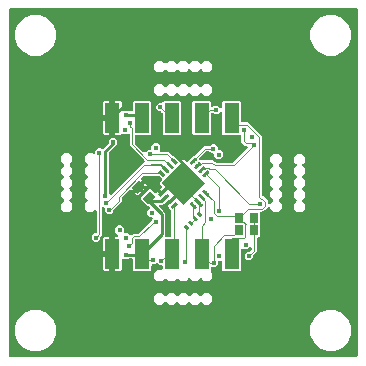
<source format=gbr>
G04 EAGLE Gerber X2 export*
%TF.Part,Single*%
%TF.FileFunction,Copper,L4,Bot,Mixed*%
%TF.FilePolarity,Positive*%
%TF.GenerationSoftware,Autodesk,EAGLE,9.0.1*%
%TF.CreationDate,2018-12-20T19:56:33Z*%
G75*
%MOMM*%
%FSLAX34Y34*%
%LPD*%
%AMOC8*
5,1,8,0,0,1.08239X$1,22.5*%
G01*
%ADD10C,0.062500*%
%ADD11R,2.600000X2.600000*%
%ADD12R,0.700000X0.900000*%
%ADD13C,0.450000*%
%ADD14R,1.270000X2.540000*%
%ADD15R,0.280000X0.430000*%
%ADD16C,0.125000*%
%ADD17C,0.250000*%
%ADD18C,0.400000*%
%ADD19C,0.152400*%

G36*
X146589Y-147697D02*
X146589Y-147697D01*
X146714Y-147688D01*
X146745Y-147677D01*
X146777Y-147673D01*
X146894Y-147627D01*
X147013Y-147586D01*
X147040Y-147568D01*
X147070Y-147556D01*
X147171Y-147482D01*
X147277Y-147413D01*
X147298Y-147389D01*
X147324Y-147370D01*
X147404Y-147272D01*
X147488Y-147179D01*
X147503Y-147150D01*
X147524Y-147125D01*
X147577Y-147011D01*
X147635Y-146900D01*
X147639Y-146874D01*
X147656Y-146839D01*
X147712Y-146528D01*
X147709Y-146489D01*
X147713Y-146464D01*
X147713Y146464D01*
X147697Y146589D01*
X147688Y146714D01*
X147677Y146745D01*
X147673Y146777D01*
X147627Y146894D01*
X147586Y147013D01*
X147568Y147040D01*
X147556Y147070D01*
X147482Y147171D01*
X147413Y147277D01*
X147389Y147298D01*
X147370Y147324D01*
X147272Y147404D01*
X147179Y147488D01*
X147150Y147503D01*
X147125Y147524D01*
X147011Y147577D01*
X146900Y147635D01*
X146874Y147639D01*
X146839Y147656D01*
X146528Y147712D01*
X146489Y147709D01*
X146464Y147713D01*
X-146464Y147713D01*
X-146589Y147697D01*
X-146714Y147688D01*
X-146745Y147677D01*
X-146777Y147673D01*
X-146894Y147627D01*
X-147013Y147586D01*
X-147040Y147568D01*
X-147070Y147556D01*
X-147171Y147482D01*
X-147277Y147413D01*
X-147298Y147389D01*
X-147324Y147370D01*
X-147404Y147272D01*
X-147488Y147179D01*
X-147503Y147150D01*
X-147524Y147125D01*
X-147577Y147011D01*
X-147635Y146900D01*
X-147639Y146874D01*
X-147656Y146839D01*
X-147712Y146528D01*
X-147709Y146489D01*
X-147713Y146464D01*
X-147713Y-146464D01*
X-147697Y-146589D01*
X-147688Y-146714D01*
X-147677Y-146745D01*
X-147673Y-146777D01*
X-147627Y-146894D01*
X-147586Y-147013D01*
X-147568Y-147040D01*
X-147556Y-147070D01*
X-147482Y-147171D01*
X-147413Y-147277D01*
X-147389Y-147298D01*
X-147370Y-147324D01*
X-147272Y-147404D01*
X-147179Y-147488D01*
X-147150Y-147503D01*
X-147125Y-147524D01*
X-147011Y-147577D01*
X-146900Y-147635D01*
X-146874Y-147639D01*
X-146839Y-147656D01*
X-146528Y-147712D01*
X-146489Y-147709D01*
X-146464Y-147713D01*
X146464Y-147713D01*
X146589Y-147697D01*
G37*
%LPC*%
G36*
X-21983Y-83287D02*
X-21983Y-83287D01*
X-24787Y-80483D01*
X-24787Y-76517D01*
X-21983Y-73713D01*
X-18600Y-73713D01*
X-18475Y-73697D01*
X-18350Y-73688D01*
X-18319Y-73677D01*
X-18287Y-73673D01*
X-18170Y-73627D01*
X-18051Y-73586D01*
X-18024Y-73568D01*
X-17994Y-73556D01*
X-17893Y-73482D01*
X-17787Y-73413D01*
X-17766Y-73389D01*
X-17740Y-73370D01*
X-17660Y-73272D01*
X-17576Y-73179D01*
X-17561Y-73150D01*
X-17540Y-73125D01*
X-17487Y-73011D01*
X-17429Y-72900D01*
X-17425Y-72874D01*
X-17408Y-72839D01*
X-17352Y-72528D01*
X-17355Y-72489D01*
X-17351Y-72464D01*
X-17351Y-70682D01*
X-17367Y-70557D01*
X-17376Y-70432D01*
X-17387Y-70401D01*
X-17391Y-70369D01*
X-17437Y-70253D01*
X-17478Y-70133D01*
X-17496Y-70106D01*
X-17508Y-70076D01*
X-17582Y-69975D01*
X-17651Y-69870D01*
X-17675Y-69848D01*
X-17694Y-69822D01*
X-17792Y-69742D01*
X-17885Y-69658D01*
X-17914Y-69643D01*
X-17939Y-69622D01*
X-18053Y-69570D01*
X-18164Y-69511D01*
X-18190Y-69507D01*
X-18225Y-69491D01*
X-18536Y-69435D01*
X-18575Y-69438D01*
X-18600Y-69433D01*
X-20350Y-69433D01*
X-21517Y-68266D01*
X-21616Y-68190D01*
X-21712Y-68107D01*
X-21741Y-68093D01*
X-21766Y-68073D01*
X-21882Y-68024D01*
X-21995Y-67968D01*
X-22026Y-67962D01*
X-22056Y-67949D01*
X-22181Y-67930D01*
X-22304Y-67904D01*
X-22336Y-67906D01*
X-22368Y-67901D01*
X-22493Y-67914D01*
X-22619Y-67920D01*
X-22650Y-67929D01*
X-22682Y-67933D01*
X-22800Y-67976D01*
X-22920Y-68014D01*
X-22941Y-68029D01*
X-22978Y-68042D01*
X-23237Y-68222D01*
X-23262Y-68252D01*
X-23283Y-68266D01*
X-23925Y-68908D01*
X-25600Y-68908D01*
X-25725Y-68924D01*
X-25850Y-68933D01*
X-25881Y-68944D01*
X-25913Y-68948D01*
X-26030Y-68994D01*
X-26149Y-69035D01*
X-26176Y-69053D01*
X-26206Y-69065D01*
X-26307Y-69139D01*
X-26413Y-69208D01*
X-26434Y-69232D01*
X-26460Y-69251D01*
X-26540Y-69349D01*
X-26624Y-69442D01*
X-26639Y-69471D01*
X-26660Y-69496D01*
X-26713Y-69610D01*
X-26771Y-69722D01*
X-26775Y-69747D01*
X-26792Y-69782D01*
X-26848Y-70093D01*
X-26845Y-70132D01*
X-26849Y-70157D01*
X-26849Y-73522D01*
X-27728Y-74401D01*
X-41672Y-74401D01*
X-42551Y-73522D01*
X-42551Y-65100D01*
X-42567Y-64975D01*
X-42576Y-64850D01*
X-42587Y-64819D01*
X-42591Y-64787D01*
X-42637Y-64670D01*
X-42678Y-64551D01*
X-42696Y-64524D01*
X-42708Y-64494D01*
X-42782Y-64393D01*
X-42851Y-64287D01*
X-42875Y-64266D01*
X-42894Y-64240D01*
X-42992Y-64160D01*
X-43085Y-64076D01*
X-43114Y-64061D01*
X-43139Y-64040D01*
X-43253Y-63987D01*
X-43364Y-63929D01*
X-43390Y-63925D01*
X-43425Y-63908D01*
X-43736Y-63852D01*
X-43775Y-63855D01*
X-43800Y-63851D01*
X-45482Y-63851D01*
X-45591Y-63865D01*
X-45701Y-63870D01*
X-45748Y-63884D01*
X-45795Y-63891D01*
X-45898Y-63931D01*
X-46002Y-63964D01*
X-46033Y-63986D01*
X-46088Y-64008D01*
X-46343Y-64194D01*
X-46355Y-64209D01*
X-46366Y-64217D01*
X-46750Y-64601D01*
X-49650Y-64601D01*
X-49893Y-64358D01*
X-49995Y-64279D01*
X-50040Y-64238D01*
X-50055Y-64230D01*
X-50115Y-64182D01*
X-50129Y-64175D01*
X-50142Y-64165D01*
X-50272Y-64109D01*
X-50401Y-64050D01*
X-50417Y-64047D01*
X-50432Y-64040D01*
X-50573Y-64019D01*
X-50712Y-63994D01*
X-50728Y-63995D01*
X-50744Y-63993D01*
X-50885Y-64007D01*
X-51026Y-64018D01*
X-51042Y-64023D01*
X-51058Y-64024D01*
X-51190Y-64073D01*
X-51325Y-64119D01*
X-51339Y-64128D01*
X-51354Y-64134D01*
X-51470Y-64214D01*
X-51589Y-64293D01*
X-51600Y-64305D01*
X-51613Y-64314D01*
X-51705Y-64421D01*
X-51800Y-64526D01*
X-51808Y-64541D01*
X-51818Y-64553D01*
X-51881Y-64681D01*
X-51947Y-64806D01*
X-51949Y-64819D01*
X-51958Y-64836D01*
X-52022Y-65145D01*
X-52020Y-65178D01*
X-52024Y-65199D01*
X-52022Y-65222D01*
X-52025Y-65241D01*
X-52025Y-73101D01*
X-52129Y-73488D01*
X-52330Y-73836D01*
X-52614Y-74120D01*
X-52962Y-74321D01*
X-53349Y-74425D01*
X-57401Y-74425D01*
X-57401Y-61450D01*
X-57417Y-61325D01*
X-57426Y-61200D01*
X-57437Y-61169D01*
X-57441Y-61137D01*
X-57487Y-61020D01*
X-57528Y-60901D01*
X-57546Y-60874D01*
X-57558Y-60844D01*
X-57632Y-60743D01*
X-57701Y-60637D01*
X-57725Y-60616D01*
X-57744Y-60590D01*
X-57842Y-60510D01*
X-57935Y-60426D01*
X-57964Y-60411D01*
X-57989Y-60390D01*
X-58103Y-60338D01*
X-58215Y-60279D01*
X-58240Y-60275D01*
X-58275Y-60258D01*
X-58586Y-60203D01*
X-58625Y-60205D01*
X-58650Y-60201D01*
X-59901Y-60201D01*
X-59901Y-60199D01*
X-58650Y-60199D01*
X-58525Y-60183D01*
X-58400Y-60174D01*
X-58369Y-60163D01*
X-58337Y-60159D01*
X-58220Y-60113D01*
X-58101Y-60072D01*
X-58074Y-60054D01*
X-58044Y-60042D01*
X-57943Y-59968D01*
X-57837Y-59899D01*
X-57816Y-59875D01*
X-57790Y-59856D01*
X-57710Y-59758D01*
X-57626Y-59665D01*
X-57611Y-59636D01*
X-57590Y-59611D01*
X-57538Y-59497D01*
X-57479Y-59385D01*
X-57475Y-59360D01*
X-57458Y-59325D01*
X-57402Y-59014D01*
X-57405Y-58975D01*
X-57401Y-58950D01*
X-57401Y-45975D01*
X-56045Y-45975D01*
X-55905Y-45957D01*
X-55763Y-45943D01*
X-55748Y-45937D01*
X-55732Y-45935D01*
X-55600Y-45883D01*
X-55467Y-45834D01*
X-55454Y-45824D01*
X-55439Y-45818D01*
X-55324Y-45734D01*
X-55208Y-45654D01*
X-55198Y-45641D01*
X-55185Y-45632D01*
X-55095Y-45522D01*
X-55003Y-45414D01*
X-54995Y-45400D01*
X-54985Y-45387D01*
X-54926Y-45258D01*
X-54863Y-45131D01*
X-54860Y-45115D01*
X-54853Y-45101D01*
X-54828Y-44961D01*
X-54799Y-44822D01*
X-54800Y-44806D01*
X-54797Y-44790D01*
X-54808Y-44649D01*
X-54815Y-44507D01*
X-54820Y-44492D01*
X-54821Y-44476D01*
X-54867Y-44341D01*
X-54909Y-44206D01*
X-54917Y-44195D01*
X-54923Y-44177D01*
X-55096Y-43913D01*
X-55140Y-43873D01*
X-55162Y-43843D01*
X-57651Y-41354D01*
X-57651Y-38246D01*
X-55454Y-36049D01*
X-52346Y-36049D01*
X-50149Y-38246D01*
X-50149Y-41500D01*
X-50133Y-41625D01*
X-50124Y-41750D01*
X-50113Y-41781D01*
X-50109Y-41813D01*
X-50063Y-41930D01*
X-50022Y-42049D01*
X-50004Y-42076D01*
X-49992Y-42106D01*
X-49918Y-42207D01*
X-49849Y-42313D01*
X-49825Y-42334D01*
X-49806Y-42360D01*
X-49708Y-42440D01*
X-49615Y-42524D01*
X-49586Y-42539D01*
X-49561Y-42560D01*
X-49447Y-42613D01*
X-49336Y-42671D01*
X-49310Y-42675D01*
X-49275Y-42692D01*
X-48964Y-42748D01*
X-48925Y-42745D01*
X-48900Y-42749D01*
X-46946Y-42749D01*
X-45512Y-44184D01*
X-45413Y-44261D01*
X-45317Y-44343D01*
X-45288Y-44357D01*
X-45262Y-44377D01*
X-45147Y-44426D01*
X-45034Y-44482D01*
X-45002Y-44489D01*
X-44973Y-44501D01*
X-44848Y-44521D01*
X-44725Y-44546D01*
X-44693Y-44544D01*
X-44661Y-44549D01*
X-44535Y-44537D01*
X-44410Y-44530D01*
X-44379Y-44521D01*
X-44347Y-44517D01*
X-44229Y-44474D01*
X-44109Y-44436D01*
X-44087Y-44422D01*
X-44051Y-44408D01*
X-43792Y-44228D01*
X-43766Y-44199D01*
X-43745Y-44184D01*
X-42811Y-43249D01*
X-38573Y-43249D01*
X-38464Y-43235D01*
X-38354Y-43230D01*
X-38308Y-43216D01*
X-38260Y-43209D01*
X-38158Y-43169D01*
X-38053Y-43136D01*
X-38022Y-43114D01*
X-37967Y-43092D01*
X-37713Y-42906D01*
X-37700Y-42891D01*
X-37690Y-42883D01*
X-28392Y-33585D01*
X-27117Y-32310D01*
X-27049Y-32224D01*
X-26976Y-32142D01*
X-26953Y-32099D01*
X-26924Y-32061D01*
X-26880Y-31960D01*
X-26829Y-31863D01*
X-26822Y-31826D01*
X-26817Y-31812D01*
X-26088Y-31083D01*
X-26001Y-30971D01*
X-25911Y-30861D01*
X-25904Y-30847D01*
X-25895Y-30834D01*
X-25839Y-30704D01*
X-25779Y-30575D01*
X-25776Y-30559D01*
X-25770Y-30544D01*
X-25748Y-30403D01*
X-25723Y-30264D01*
X-25725Y-30248D01*
X-25722Y-30232D01*
X-25736Y-30091D01*
X-25747Y-29950D01*
X-25752Y-29934D01*
X-25754Y-29918D01*
X-25803Y-29786D01*
X-25849Y-29651D01*
X-25858Y-29637D01*
X-25863Y-29622D01*
X-25944Y-29506D01*
X-26022Y-29387D01*
X-26034Y-29376D01*
X-26043Y-29363D01*
X-26151Y-29271D01*
X-26256Y-29176D01*
X-26270Y-29168D01*
X-26283Y-29158D01*
X-26410Y-29095D01*
X-26536Y-29029D01*
X-26548Y-29027D01*
X-26566Y-29018D01*
X-26875Y-28954D01*
X-26934Y-28957D01*
X-26971Y-28951D01*
X-28054Y-28951D01*
X-30251Y-26754D01*
X-30251Y-23646D01*
X-28491Y-21886D01*
X-28404Y-21774D01*
X-28314Y-21664D01*
X-28307Y-21650D01*
X-28298Y-21637D01*
X-28242Y-21507D01*
X-28182Y-21378D01*
X-28179Y-21362D01*
X-28173Y-21347D01*
X-28152Y-21206D01*
X-28126Y-21067D01*
X-28128Y-21051D01*
X-28125Y-21035D01*
X-28140Y-20894D01*
X-28150Y-20753D01*
X-28155Y-20737D01*
X-28157Y-20721D01*
X-28206Y-20589D01*
X-28252Y-20454D01*
X-28261Y-20440D01*
X-28266Y-20425D01*
X-28347Y-20310D01*
X-28425Y-20190D01*
X-28437Y-20179D01*
X-28446Y-20166D01*
X-28553Y-20074D01*
X-28659Y-19979D01*
X-28673Y-19971D01*
X-28686Y-19961D01*
X-28813Y-19898D01*
X-28939Y-19832D01*
X-28952Y-19830D01*
X-28969Y-19821D01*
X-29278Y-19757D01*
X-29337Y-19760D01*
X-29374Y-19754D01*
X-30133Y-19754D01*
X-35961Y-13925D01*
X-35961Y-12682D01*
X-28718Y-5439D01*
X-27475Y-5439D01*
X-24456Y-8458D01*
X-24356Y-8535D01*
X-24261Y-8617D01*
X-24232Y-8632D01*
X-24206Y-8651D01*
X-24090Y-8701D01*
X-23977Y-8757D01*
X-23946Y-8763D01*
X-23916Y-8776D01*
X-23792Y-8795D01*
X-23668Y-8820D01*
X-23636Y-8819D01*
X-23604Y-8824D01*
X-23479Y-8811D01*
X-23353Y-8805D01*
X-23323Y-8795D01*
X-23290Y-8792D01*
X-23172Y-8748D01*
X-23052Y-8711D01*
X-23031Y-8696D01*
X-22995Y-8682D01*
X-22735Y-8502D01*
X-22710Y-8473D01*
X-22689Y-8458D01*
X-21484Y-7253D01*
X-19522Y-9215D01*
X-19422Y-9292D01*
X-19327Y-9374D01*
X-19298Y-9388D01*
X-19273Y-9408D01*
X-19157Y-9458D01*
X-19044Y-9513D01*
X-19012Y-9520D01*
X-18983Y-9533D01*
X-18858Y-9552D01*
X-18735Y-9577D01*
X-18703Y-9576D01*
X-18671Y-9580D01*
X-18545Y-9568D01*
X-18420Y-9562D01*
X-18389Y-9552D01*
X-18357Y-9549D01*
X-18239Y-9505D01*
X-18119Y-9467D01*
X-18097Y-9453D01*
X-18061Y-9439D01*
X-17802Y-9259D01*
X-17776Y-9230D01*
X-17755Y-9215D01*
X-17678Y-9115D01*
X-17596Y-9020D01*
X-17582Y-8991D01*
X-17562Y-8965D01*
X-17512Y-8849D01*
X-17457Y-8737D01*
X-17450Y-8705D01*
X-17437Y-8675D01*
X-17418Y-8551D01*
X-17393Y-8428D01*
X-17394Y-8395D01*
X-17390Y-8363D01*
X-17402Y-8238D01*
X-17408Y-8113D01*
X-17418Y-8082D01*
X-17421Y-8050D01*
X-17465Y-7931D01*
X-17503Y-7811D01*
X-17517Y-7790D01*
X-17531Y-7754D01*
X-17711Y-7495D01*
X-17740Y-7469D01*
X-17755Y-7448D01*
X-19717Y-5486D01*
X-18511Y-4280D01*
X-18449Y-4233D01*
X-18341Y-4158D01*
X-18323Y-4137D01*
X-18302Y-4121D01*
X-18221Y-4018D01*
X-18135Y-3919D01*
X-18123Y-3895D01*
X-18107Y-3873D01*
X-18054Y-3753D01*
X-17996Y-3635D01*
X-17990Y-3609D01*
X-17980Y-3585D01*
X-17959Y-3455D01*
X-17932Y-3327D01*
X-17933Y-3300D01*
X-17929Y-3273D01*
X-17941Y-3143D01*
X-17948Y-3011D01*
X-17956Y-2986D01*
X-17958Y-2959D01*
X-18003Y-2835D01*
X-18042Y-2710D01*
X-18054Y-2692D01*
X-18065Y-2662D01*
X-18243Y-2402D01*
X-18277Y-2371D01*
X-18294Y-2347D01*
X-19505Y-1136D01*
X-19706Y-788D01*
X-19809Y-401D01*
X-19809Y1D01*
X-19706Y388D01*
X-19505Y736D01*
X-18302Y1939D01*
X-18225Y2038D01*
X-18143Y2134D01*
X-18129Y2163D01*
X-18109Y2188D01*
X-18059Y2304D01*
X-18004Y2417D01*
X-17997Y2448D01*
X-17985Y2478D01*
X-17965Y2603D01*
X-17940Y2726D01*
X-17942Y2758D01*
X-17937Y2790D01*
X-17949Y2915D01*
X-17956Y3041D01*
X-17965Y3072D01*
X-17969Y3104D01*
X-18012Y3222D01*
X-18050Y3342D01*
X-18064Y3363D01*
X-18078Y3400D01*
X-18258Y3659D01*
X-18287Y3684D01*
X-18302Y3706D01*
X-20037Y5440D01*
X-20124Y5507D01*
X-20205Y5581D01*
X-20248Y5604D01*
X-20286Y5633D01*
X-20387Y5677D01*
X-20485Y5728D01*
X-20522Y5734D01*
X-20576Y5758D01*
X-20888Y5806D01*
X-20907Y5804D01*
X-20920Y5806D01*
X-33218Y5806D01*
X-33327Y5792D01*
X-33436Y5787D01*
X-33483Y5772D01*
X-33531Y5766D01*
X-33633Y5725D01*
X-33738Y5693D01*
X-33768Y5671D01*
X-33824Y5649D01*
X-34078Y5463D01*
X-34090Y5448D01*
X-34101Y5440D01*
X-35327Y4214D01*
X-35404Y4114D01*
X-35486Y4019D01*
X-35500Y3990D01*
X-35520Y3965D01*
X-35570Y3849D01*
X-35625Y3736D01*
X-35632Y3704D01*
X-35645Y3675D01*
X-35664Y3550D01*
X-35689Y3427D01*
X-35688Y3395D01*
X-35693Y3363D01*
X-35680Y3237D01*
X-35674Y3112D01*
X-35664Y3081D01*
X-35661Y3049D01*
X-35617Y2931D01*
X-35580Y2811D01*
X-35565Y2789D01*
X-35551Y2753D01*
X-35371Y2494D01*
X-35342Y2469D01*
X-35327Y2447D01*
X-34973Y2093D01*
X-38879Y-1813D01*
X-38957Y-1913D01*
X-39039Y-2008D01*
X-39053Y-2037D01*
X-39073Y-2063D01*
X-39122Y-2179D01*
X-39156Y-2247D01*
X-39223Y-2268D01*
X-39245Y-2283D01*
X-39281Y-2296D01*
X-39540Y-2476D01*
X-39566Y-2506D01*
X-39587Y-2521D01*
X-43493Y-6427D01*
X-43847Y-6073D01*
X-43947Y-5996D01*
X-44042Y-5914D01*
X-44071Y-5900D01*
X-44097Y-5880D01*
X-44213Y-5830D01*
X-44325Y-5775D01*
X-44357Y-5768D01*
X-44387Y-5755D01*
X-44511Y-5736D01*
X-44634Y-5711D01*
X-44667Y-5712D01*
X-44699Y-5707D01*
X-44824Y-5720D01*
X-44949Y-5726D01*
X-44980Y-5736D01*
X-45012Y-5739D01*
X-45131Y-5783D01*
X-45251Y-5820D01*
X-45272Y-5835D01*
X-45308Y-5849D01*
X-45567Y-6029D01*
X-45593Y-6058D01*
X-45614Y-6073D01*
X-51835Y-12294D01*
X-51902Y-12380D01*
X-51976Y-12462D01*
X-51998Y-12505D01*
X-52028Y-12543D01*
X-52071Y-12644D01*
X-52122Y-12741D01*
X-52129Y-12778D01*
X-52152Y-12833D01*
X-52200Y-13145D01*
X-52198Y-13164D01*
X-52201Y-13177D01*
X-52201Y-16007D01*
X-58712Y-22518D01*
X-58779Y-22605D01*
X-58853Y-22687D01*
X-58876Y-22729D01*
X-58905Y-22768D01*
X-58949Y-22869D01*
X-58999Y-22966D01*
X-59006Y-23003D01*
X-59030Y-23058D01*
X-59077Y-23369D01*
X-59076Y-23389D01*
X-59078Y-23402D01*
X-59078Y-24411D01*
X-61129Y-26461D01*
X-64029Y-26461D01*
X-66079Y-24411D01*
X-66079Y-21989D01*
X-66093Y-21880D01*
X-66099Y-21770D01*
X-66113Y-21724D01*
X-66119Y-21676D01*
X-66160Y-21574D01*
X-66193Y-21469D01*
X-66214Y-21438D01*
X-66236Y-21383D01*
X-66423Y-21129D01*
X-66438Y-21116D01*
X-66445Y-21106D01*
X-66708Y-20842D01*
X-66820Y-20756D01*
X-66930Y-20666D01*
X-66945Y-20659D01*
X-66958Y-20649D01*
X-67088Y-20593D01*
X-67217Y-20534D01*
X-67233Y-20531D01*
X-67248Y-20525D01*
X-67388Y-20503D01*
X-67528Y-20478D01*
X-67544Y-20479D01*
X-67560Y-20477D01*
X-67701Y-20491D01*
X-67842Y-20502D01*
X-67858Y-20507D01*
X-67874Y-20509D01*
X-68006Y-20557D01*
X-68141Y-20603D01*
X-68154Y-20612D01*
X-68169Y-20618D01*
X-68286Y-20699D01*
X-68404Y-20777D01*
X-68415Y-20789D01*
X-68429Y-20798D01*
X-68521Y-20905D01*
X-68616Y-21011D01*
X-68624Y-21025D01*
X-68634Y-21037D01*
X-68697Y-21164D01*
X-68763Y-21290D01*
X-68765Y-21303D01*
X-68773Y-21320D01*
X-68837Y-21629D01*
X-68834Y-21689D01*
X-68841Y-21726D01*
X-68841Y-44047D01*
X-70258Y-45465D01*
X-70326Y-45551D01*
X-70399Y-45633D01*
X-70422Y-45676D01*
X-70452Y-45714D01*
X-70495Y-45815D01*
X-70546Y-45912D01*
X-70553Y-45949D01*
X-70576Y-46004D01*
X-70624Y-46316D01*
X-70622Y-46335D01*
X-70624Y-46348D01*
X-70624Y-47775D01*
X-72675Y-49826D01*
X-75575Y-49826D01*
X-77626Y-47775D01*
X-77626Y-44875D01*
X-75575Y-42824D01*
X-74342Y-42824D01*
X-74217Y-42808D01*
X-74091Y-42799D01*
X-74061Y-42788D01*
X-74029Y-42784D01*
X-73912Y-42738D01*
X-73793Y-42697D01*
X-73766Y-42679D01*
X-73736Y-42667D01*
X-73634Y-42593D01*
X-73529Y-42524D01*
X-73507Y-42500D01*
X-73481Y-42481D01*
X-73402Y-42383D01*
X-73317Y-42290D01*
X-73302Y-42261D01*
X-73282Y-42236D01*
X-73229Y-42122D01*
X-73171Y-42011D01*
X-73166Y-41985D01*
X-73150Y-41950D01*
X-73094Y-41639D01*
X-73097Y-41605D01*
X-73094Y-41591D01*
X-73095Y-41586D01*
X-73093Y-41575D01*
X-73093Y-24178D01*
X-73110Y-24038D01*
X-73125Y-23896D01*
X-73130Y-23881D01*
X-73132Y-23865D01*
X-73185Y-23734D01*
X-73234Y-23600D01*
X-73243Y-23587D01*
X-73249Y-23572D01*
X-73333Y-23458D01*
X-73414Y-23341D01*
X-73426Y-23331D01*
X-73436Y-23318D01*
X-73546Y-23228D01*
X-73653Y-23135D01*
X-73668Y-23128D01*
X-73680Y-23118D01*
X-73810Y-23059D01*
X-73937Y-22996D01*
X-73952Y-22993D01*
X-73967Y-22986D01*
X-74107Y-22961D01*
X-74246Y-22932D01*
X-74262Y-22933D01*
X-74278Y-22930D01*
X-74419Y-22941D01*
X-74561Y-22948D01*
X-74576Y-22953D01*
X-74592Y-22954D01*
X-74727Y-23000D01*
X-74862Y-23042D01*
X-74873Y-23050D01*
X-74891Y-23056D01*
X-75154Y-23229D01*
X-75194Y-23273D01*
X-75225Y-23295D01*
X-76617Y-24687D01*
X-80583Y-24687D01*
X-83387Y-21883D01*
X-83387Y-17917D01*
X-81253Y-15783D01*
X-81176Y-15684D01*
X-81094Y-15588D01*
X-81079Y-15559D01*
X-81060Y-15534D01*
X-81010Y-15418D01*
X-80954Y-15305D01*
X-80948Y-15274D01*
X-80935Y-15244D01*
X-80916Y-15119D01*
X-80891Y-14996D01*
X-80892Y-14964D01*
X-80887Y-14932D01*
X-80900Y-14807D01*
X-80906Y-14681D01*
X-80916Y-14650D01*
X-80919Y-14618D01*
X-80963Y-14500D01*
X-81000Y-14380D01*
X-81015Y-14359D01*
X-81029Y-14322D01*
X-81209Y-14063D01*
X-81238Y-14038D01*
X-81253Y-14017D01*
X-83387Y-11883D01*
X-83387Y-7917D01*
X-81253Y-5783D01*
X-81176Y-5684D01*
X-81094Y-5588D01*
X-81079Y-5559D01*
X-81060Y-5534D01*
X-81010Y-5418D01*
X-80954Y-5305D01*
X-80948Y-5274D01*
X-80935Y-5244D01*
X-80916Y-5119D01*
X-80891Y-4996D01*
X-80892Y-4964D01*
X-80887Y-4932D01*
X-80900Y-4807D01*
X-80906Y-4681D01*
X-80916Y-4650D01*
X-80919Y-4618D01*
X-80963Y-4500D01*
X-81000Y-4380D01*
X-81015Y-4359D01*
X-81029Y-4322D01*
X-81209Y-4063D01*
X-81238Y-4038D01*
X-81253Y-4017D01*
X-83387Y-1883D01*
X-83387Y2083D01*
X-81253Y4217D01*
X-81176Y4316D01*
X-81094Y4412D01*
X-81079Y4441D01*
X-81060Y4466D01*
X-81010Y4582D01*
X-80954Y4695D01*
X-80948Y4726D01*
X-80935Y4756D01*
X-80916Y4881D01*
X-80891Y5004D01*
X-80892Y5036D01*
X-80887Y5068D01*
X-80900Y5193D01*
X-80906Y5319D01*
X-80916Y5350D01*
X-80919Y5382D01*
X-80963Y5500D01*
X-81000Y5620D01*
X-81015Y5641D01*
X-81029Y5678D01*
X-81209Y5937D01*
X-81238Y5962D01*
X-81253Y5983D01*
X-83387Y8117D01*
X-83387Y12083D01*
X-81253Y14217D01*
X-81176Y14316D01*
X-81094Y14412D01*
X-81079Y14441D01*
X-81060Y14466D01*
X-81010Y14582D01*
X-80954Y14695D01*
X-80948Y14726D01*
X-80935Y14756D01*
X-80916Y14881D01*
X-80891Y15004D01*
X-80892Y15036D01*
X-80887Y15068D01*
X-80900Y15193D01*
X-80906Y15319D01*
X-80916Y15350D01*
X-80919Y15382D01*
X-80963Y15500D01*
X-81000Y15620D01*
X-81015Y15641D01*
X-81029Y15678D01*
X-81209Y15937D01*
X-81238Y15962D01*
X-81253Y15983D01*
X-83387Y18117D01*
X-83387Y22083D01*
X-80583Y24887D01*
X-76617Y24887D01*
X-76600Y24870D01*
X-76488Y24783D01*
X-76378Y24693D01*
X-76363Y24686D01*
X-76351Y24676D01*
X-76221Y24621D01*
X-76092Y24561D01*
X-76076Y24558D01*
X-76061Y24552D01*
X-75921Y24530D01*
X-75781Y24505D01*
X-75765Y24507D01*
X-75749Y24504D01*
X-75608Y24518D01*
X-75466Y24529D01*
X-75451Y24534D01*
X-75435Y24536D01*
X-75302Y24585D01*
X-75168Y24631D01*
X-75154Y24640D01*
X-75139Y24645D01*
X-75023Y24726D01*
X-74904Y24804D01*
X-74893Y24816D01*
X-74880Y24825D01*
X-74788Y24932D01*
X-74692Y25038D01*
X-74685Y25052D01*
X-74674Y25065D01*
X-74612Y25192D01*
X-74546Y25317D01*
X-74544Y25330D01*
X-74535Y25348D01*
X-74471Y25657D01*
X-74474Y25716D01*
X-74468Y25753D01*
X-74468Y27017D01*
X-72417Y29068D01*
X-69517Y29068D01*
X-69353Y28904D01*
X-69254Y28827D01*
X-69158Y28745D01*
X-69129Y28730D01*
X-69104Y28711D01*
X-68988Y28661D01*
X-68875Y28605D01*
X-68843Y28599D01*
X-68814Y28586D01*
X-68689Y28567D01*
X-68566Y28542D01*
X-68534Y28543D01*
X-68502Y28538D01*
X-68377Y28551D01*
X-68251Y28557D01*
X-68220Y28567D01*
X-68188Y28570D01*
X-68070Y28614D01*
X-67950Y28651D01*
X-67928Y28666D01*
X-67892Y28679D01*
X-67633Y28860D01*
X-67607Y28889D01*
X-67586Y28904D01*
X-63267Y33223D01*
X-63199Y33310D01*
X-63126Y33392D01*
X-63103Y33435D01*
X-63073Y33473D01*
X-63030Y33574D01*
X-62979Y33671D01*
X-62972Y33708D01*
X-62949Y33763D01*
X-62901Y34075D01*
X-62903Y34094D01*
X-62901Y34107D01*
X-62901Y35750D01*
X-60850Y37801D01*
X-57950Y37801D01*
X-55899Y35750D01*
X-55899Y32850D01*
X-56483Y32266D01*
X-56551Y32179D01*
X-56624Y32097D01*
X-56638Y32072D01*
X-62683Y26026D01*
X-62751Y25940D01*
X-62824Y25858D01*
X-62847Y25815D01*
X-62877Y25777D01*
X-62920Y25676D01*
X-62971Y25579D01*
X-62978Y25542D01*
X-63001Y25487D01*
X-63049Y25175D01*
X-63047Y25156D01*
X-63049Y25143D01*
X-63049Y-8582D01*
X-63035Y-8692D01*
X-63030Y-8801D01*
X-63016Y-8847D01*
X-63009Y-8895D01*
X-62969Y-8998D01*
X-62936Y-9102D01*
X-62915Y-9133D01*
X-62892Y-9188D01*
X-62706Y-9443D01*
X-62691Y-9455D01*
X-62683Y-9466D01*
X-62361Y-9788D01*
X-62261Y-9865D01*
X-62166Y-9947D01*
X-62137Y-9961D01*
X-62112Y-9981D01*
X-61996Y-10031D01*
X-61883Y-10086D01*
X-61851Y-10093D01*
X-61822Y-10106D01*
X-61697Y-10125D01*
X-61574Y-10150D01*
X-61542Y-10149D01*
X-61510Y-10154D01*
X-61385Y-10141D01*
X-61259Y-10135D01*
X-61228Y-10125D01*
X-61196Y-10122D01*
X-61078Y-10078D01*
X-60958Y-10041D01*
X-60937Y-10026D01*
X-60900Y-10012D01*
X-60641Y-9832D01*
X-60616Y-9803D01*
X-60594Y-9788D01*
X-33746Y17061D01*
X-33627Y17076D01*
X-33486Y17090D01*
X-33470Y17096D01*
X-33454Y17098D01*
X-33323Y17150D01*
X-33190Y17200D01*
X-33176Y17209D01*
X-33161Y17215D01*
X-33047Y17299D01*
X-32931Y17380D01*
X-32920Y17392D01*
X-32907Y17401D01*
X-32817Y17512D01*
X-32725Y17619D01*
X-32718Y17633D01*
X-32708Y17646D01*
X-32648Y17775D01*
X-32586Y17902D01*
X-32582Y17918D01*
X-32576Y17932D01*
X-32551Y18072D01*
X-32522Y18211D01*
X-32523Y18227D01*
X-32520Y18243D01*
X-32530Y18384D01*
X-32537Y18526D01*
X-32542Y18542D01*
X-32543Y18558D01*
X-32589Y18692D01*
X-32631Y18827D01*
X-32639Y18838D01*
X-32645Y18856D01*
X-32819Y19120D01*
X-32863Y19160D01*
X-32884Y19191D01*
X-43690Y29996D01*
X-45301Y31607D01*
X-45301Y40779D01*
X-45319Y40919D01*
X-45333Y41061D01*
X-45339Y41076D01*
X-45341Y41092D01*
X-45393Y41223D01*
X-45442Y41357D01*
X-45452Y41370D01*
X-45458Y41385D01*
X-45541Y41499D01*
X-45622Y41616D01*
X-45635Y41626D01*
X-45644Y41639D01*
X-45754Y41729D01*
X-45862Y41821D01*
X-45876Y41829D01*
X-45889Y41839D01*
X-46018Y41898D01*
X-46145Y41961D01*
X-46161Y41964D01*
X-46175Y41971D01*
X-46315Y41996D01*
X-46454Y42025D01*
X-46470Y42024D01*
X-46486Y42027D01*
X-46627Y42016D01*
X-46769Y42009D01*
X-46784Y42004D01*
X-46800Y42003D01*
X-46935Y41957D01*
X-47070Y41915D01*
X-47081Y41907D01*
X-47099Y41901D01*
X-47363Y41728D01*
X-47403Y41684D01*
X-47433Y41662D01*
X-48046Y41049D01*
X-51182Y41049D01*
X-51216Y41079D01*
X-51249Y41096D01*
X-51279Y41118D01*
X-51390Y41166D01*
X-51498Y41220D01*
X-51535Y41228D01*
X-51569Y41243D01*
X-51688Y41261D01*
X-51806Y41287D01*
X-51844Y41285D01*
X-51881Y41291D01*
X-52001Y41279D01*
X-52121Y41274D01*
X-52149Y41264D01*
X-52195Y41259D01*
X-52491Y41150D01*
X-52517Y41131D01*
X-52538Y41124D01*
X-52962Y40879D01*
X-53349Y40775D01*
X-57401Y40775D01*
X-57401Y53750D01*
X-57417Y53875D01*
X-57426Y54000D01*
X-57437Y54031D01*
X-57441Y54063D01*
X-57487Y54180D01*
X-57528Y54299D01*
X-57546Y54326D01*
X-57558Y54356D01*
X-57632Y54457D01*
X-57701Y54563D01*
X-57725Y54584D01*
X-57744Y54610D01*
X-57842Y54690D01*
X-57935Y54774D01*
X-57964Y54789D01*
X-57989Y54810D01*
X-58103Y54862D01*
X-58215Y54921D01*
X-58240Y54925D01*
X-58275Y54942D01*
X-58586Y54997D01*
X-58625Y54995D01*
X-58650Y54999D01*
X-59901Y54999D01*
X-59901Y55001D01*
X-58650Y55001D01*
X-58525Y55017D01*
X-58400Y55026D01*
X-58369Y55037D01*
X-58337Y55041D01*
X-58220Y55087D01*
X-58101Y55128D01*
X-58074Y55146D01*
X-58044Y55158D01*
X-57943Y55232D01*
X-57837Y55301D01*
X-57816Y55325D01*
X-57790Y55344D01*
X-57710Y55442D01*
X-57626Y55535D01*
X-57611Y55564D01*
X-57590Y55589D01*
X-57538Y55703D01*
X-57479Y55815D01*
X-57475Y55840D01*
X-57458Y55875D01*
X-57402Y56186D01*
X-57405Y56225D01*
X-57401Y56250D01*
X-57401Y69225D01*
X-53349Y69225D01*
X-52962Y69121D01*
X-52614Y68920D01*
X-52330Y68636D01*
X-52129Y68288D01*
X-52025Y67901D01*
X-52025Y61741D01*
X-52007Y61601D01*
X-51993Y61460D01*
X-51987Y61444D01*
X-51985Y61428D01*
X-51933Y61297D01*
X-51884Y61164D01*
X-51874Y61151D01*
X-51868Y61135D01*
X-51784Y61021D01*
X-51704Y60905D01*
X-51691Y60894D01*
X-51682Y60881D01*
X-51572Y60791D01*
X-51464Y60699D01*
X-51450Y60692D01*
X-51437Y60682D01*
X-51308Y60622D01*
X-51181Y60560D01*
X-51166Y60557D01*
X-51151Y60550D01*
X-51011Y60525D01*
X-50872Y60496D01*
X-50856Y60497D01*
X-50840Y60494D01*
X-50699Y60505D01*
X-50557Y60512D01*
X-50542Y60516D01*
X-50526Y60518D01*
X-50391Y60563D01*
X-50256Y60606D01*
X-50245Y60613D01*
X-50227Y60619D01*
X-49963Y60793D01*
X-49923Y60837D01*
X-49893Y60858D01*
X-49550Y61201D01*
X-46650Y61201D01*
X-46266Y60817D01*
X-46179Y60749D01*
X-46097Y60676D01*
X-46055Y60653D01*
X-46016Y60623D01*
X-45915Y60580D01*
X-45818Y60529D01*
X-45781Y60522D01*
X-45726Y60499D01*
X-45415Y60451D01*
X-45395Y60453D01*
X-45382Y60451D01*
X-43800Y60451D01*
X-43675Y60467D01*
X-43550Y60476D01*
X-43519Y60487D01*
X-43487Y60491D01*
X-43370Y60537D01*
X-43251Y60578D01*
X-43224Y60596D01*
X-43194Y60608D01*
X-43093Y60682D01*
X-42987Y60751D01*
X-42966Y60775D01*
X-42940Y60794D01*
X-42860Y60892D01*
X-42776Y60985D01*
X-42761Y61014D01*
X-42740Y61039D01*
X-42687Y61153D01*
X-42629Y61264D01*
X-42625Y61290D01*
X-42608Y61325D01*
X-42552Y61636D01*
X-42555Y61675D01*
X-42551Y61700D01*
X-42551Y68322D01*
X-41672Y69201D01*
X-27728Y69201D01*
X-26849Y68322D01*
X-26849Y41678D01*
X-27728Y40799D01*
X-39800Y40799D01*
X-39925Y40783D01*
X-40050Y40774D01*
X-40081Y40763D01*
X-40113Y40759D01*
X-40230Y40713D01*
X-40349Y40672D01*
X-40376Y40654D01*
X-40406Y40642D01*
X-40507Y40568D01*
X-40613Y40499D01*
X-40634Y40475D01*
X-40660Y40456D01*
X-40740Y40358D01*
X-40824Y40265D01*
X-40839Y40236D01*
X-40860Y40211D01*
X-40913Y40097D01*
X-40971Y39986D01*
X-40975Y39960D01*
X-40992Y39925D01*
X-41048Y39614D01*
X-41045Y39575D01*
X-41049Y39550D01*
X-41049Y33886D01*
X-41035Y33777D01*
X-41030Y33667D01*
X-41016Y33621D01*
X-41009Y33573D01*
X-40969Y33471D01*
X-40936Y33366D01*
X-40915Y33335D01*
X-40892Y33280D01*
X-40706Y33025D01*
X-40691Y33013D01*
X-40683Y33002D01*
X-33626Y25945D01*
X-33526Y25868D01*
X-33431Y25786D01*
X-33402Y25772D01*
X-33377Y25752D01*
X-33261Y25702D01*
X-33148Y25647D01*
X-33116Y25640D01*
X-33087Y25627D01*
X-32962Y25608D01*
X-32839Y25583D01*
X-32807Y25584D01*
X-32775Y25580D01*
X-32649Y25592D01*
X-32524Y25598D01*
X-32493Y25608D01*
X-32461Y25611D01*
X-32343Y25655D01*
X-32223Y25693D01*
X-32201Y25707D01*
X-32165Y25721D01*
X-31906Y25901D01*
X-31881Y25930D01*
X-31859Y25945D01*
X-30054Y27751D01*
X-28200Y27751D01*
X-28075Y27767D01*
X-27950Y27776D01*
X-27919Y27787D01*
X-27887Y27791D01*
X-27770Y27837D01*
X-27651Y27878D01*
X-27624Y27896D01*
X-27594Y27908D01*
X-27493Y27982D01*
X-27387Y28051D01*
X-27366Y28075D01*
X-27340Y28094D01*
X-27260Y28192D01*
X-27176Y28285D01*
X-27161Y28314D01*
X-27140Y28339D01*
X-27087Y28453D01*
X-27029Y28564D01*
X-27025Y28590D01*
X-27008Y28625D01*
X-26952Y28936D01*
X-26955Y28975D01*
X-26951Y29000D01*
X-26951Y31154D01*
X-24754Y33351D01*
X-21646Y33351D01*
X-19449Y31154D01*
X-19449Y27965D01*
X-19487Y27878D01*
X-19546Y27750D01*
X-19549Y27734D01*
X-19555Y27719D01*
X-19577Y27578D01*
X-19602Y27439D01*
X-19600Y27423D01*
X-19603Y27407D01*
X-19589Y27266D01*
X-19578Y27125D01*
X-19573Y27109D01*
X-19571Y27093D01*
X-19522Y26960D01*
X-19476Y26826D01*
X-19467Y26812D01*
X-19462Y26797D01*
X-19381Y26681D01*
X-19303Y26562D01*
X-19291Y26552D01*
X-19282Y26538D01*
X-19174Y26446D01*
X-19069Y26351D01*
X-19055Y26343D01*
X-19042Y26333D01*
X-18915Y26270D01*
X-18789Y26204D01*
X-18777Y26202D01*
X-18759Y26193D01*
X-18450Y26129D01*
X-18391Y26132D01*
X-18354Y26126D01*
X-12613Y26126D01*
X-9768Y23281D01*
X-9681Y23214D01*
X-9599Y23140D01*
X-9557Y23117D01*
X-9518Y23088D01*
X-9417Y23044D01*
X-9320Y22993D01*
X-9283Y22987D01*
X-9228Y22963D01*
X-8917Y22915D01*
X-8898Y22917D01*
X-8885Y22915D01*
X-8518Y22915D01*
X-3805Y18202D01*
X-3706Y18125D01*
X-3611Y18043D01*
X-3582Y18029D01*
X-3556Y18009D01*
X-3440Y17959D01*
X-3327Y17904D01*
X-3296Y17897D01*
X-3266Y17885D01*
X-3141Y17865D01*
X-3018Y17840D01*
X-2986Y17842D01*
X-2954Y17837D01*
X-2829Y17849D01*
X-2703Y17856D01*
X-2672Y17865D01*
X-2640Y17869D01*
X-2522Y17912D01*
X-2402Y17950D01*
X-2381Y17964D01*
X-2344Y17978D01*
X-2085Y18158D01*
X-2060Y18187D01*
X-2039Y18202D01*
X-836Y19405D01*
X-488Y19606D01*
X-101Y19709D01*
X301Y19709D01*
X688Y19606D01*
X1036Y19405D01*
X2239Y18202D01*
X2338Y18125D01*
X2434Y18043D01*
X2463Y18029D01*
X2488Y18009D01*
X2604Y17959D01*
X2717Y17904D01*
X2748Y17897D01*
X2778Y17885D01*
X2903Y17865D01*
X3026Y17840D01*
X3058Y17842D01*
X3090Y17837D01*
X3215Y17849D01*
X3341Y17856D01*
X3372Y17865D01*
X3404Y17869D01*
X3522Y17912D01*
X3642Y17950D01*
X3663Y17964D01*
X3700Y17978D01*
X3959Y18158D01*
X3984Y18187D01*
X4005Y18202D01*
X8718Y22915D01*
X9085Y22915D01*
X9194Y22929D01*
X9303Y22934D01*
X9350Y22949D01*
X9397Y22955D01*
X9500Y22995D01*
X9605Y23028D01*
X9635Y23050D01*
X9691Y23072D01*
X9945Y23258D01*
X9957Y23273D01*
X9968Y23281D01*
X17513Y30826D01*
X21904Y30826D01*
X22013Y30840D01*
X22123Y30845D01*
X22169Y30859D01*
X22217Y30866D01*
X22319Y30906D01*
X22424Y30939D01*
X22455Y30961D01*
X22510Y30983D01*
X22764Y31169D01*
X22776Y31184D01*
X22787Y31192D01*
X24046Y32451D01*
X27154Y32451D01*
X29351Y30254D01*
X29351Y28900D01*
X29367Y28775D01*
X29376Y28650D01*
X29387Y28619D01*
X29391Y28587D01*
X29437Y28470D01*
X29478Y28351D01*
X29496Y28324D01*
X29508Y28294D01*
X29582Y28193D01*
X29651Y28087D01*
X29675Y28066D01*
X29694Y28040D01*
X29792Y27960D01*
X29885Y27876D01*
X29914Y27861D01*
X29939Y27840D01*
X30053Y27787D01*
X30164Y27729D01*
X30190Y27725D01*
X30225Y27708D01*
X30536Y27652D01*
X30575Y27655D01*
X30600Y27651D01*
X31654Y27651D01*
X33851Y25454D01*
X33851Y22346D01*
X31654Y20149D01*
X28546Y20149D01*
X26349Y22346D01*
X26349Y23700D01*
X26333Y23825D01*
X26324Y23950D01*
X26313Y23981D01*
X26309Y24013D01*
X26263Y24130D01*
X26222Y24249D01*
X26204Y24276D01*
X26192Y24306D01*
X26118Y24407D01*
X26049Y24513D01*
X26025Y24534D01*
X26006Y24560D01*
X25908Y24640D01*
X25815Y24724D01*
X25786Y24739D01*
X25761Y24760D01*
X25647Y24813D01*
X25536Y24871D01*
X25510Y24875D01*
X25475Y24892D01*
X25164Y24948D01*
X25125Y24945D01*
X25100Y24949D01*
X24046Y24949D01*
X22787Y26208D01*
X22701Y26276D01*
X22619Y26349D01*
X22576Y26372D01*
X22538Y26402D01*
X22437Y26445D01*
X22339Y26496D01*
X22303Y26503D01*
X22248Y26526D01*
X21936Y26574D01*
X21917Y26572D01*
X21904Y26574D01*
X19791Y26574D01*
X19682Y26560D01*
X19573Y26555D01*
X19526Y26541D01*
X19478Y26534D01*
X19376Y26494D01*
X19271Y26461D01*
X19241Y26439D01*
X19185Y26417D01*
X18931Y26231D01*
X18919Y26216D01*
X18908Y26208D01*
X13801Y21101D01*
X13724Y21001D01*
X13641Y20906D01*
X13627Y20877D01*
X13608Y20852D01*
X13558Y20735D01*
X13502Y20622D01*
X13496Y20591D01*
X13483Y20562D01*
X13464Y20437D01*
X13438Y20313D01*
X13440Y20282D01*
X13435Y20250D01*
X13448Y20124D01*
X13454Y19998D01*
X13464Y19968D01*
X13467Y19936D01*
X13511Y19817D01*
X13548Y19697D01*
X13563Y19676D01*
X13576Y19640D01*
X13756Y19381D01*
X13778Y19362D01*
X13787Y19354D01*
X13801Y19334D01*
X13844Y19291D01*
X13930Y19224D01*
X14012Y19151D01*
X14055Y19128D01*
X14093Y19098D01*
X14194Y19055D01*
X14291Y19004D01*
X14328Y18997D01*
X14383Y18974D01*
X14695Y18926D01*
X14714Y18928D01*
X14727Y18926D01*
X25652Y18926D01*
X27083Y17494D01*
X27170Y17427D01*
X27251Y17353D01*
X27294Y17331D01*
X27332Y17301D01*
X27434Y17258D01*
X27531Y17207D01*
X27568Y17200D01*
X27622Y17177D01*
X27934Y17129D01*
X27953Y17131D01*
X27966Y17129D01*
X41505Y17129D01*
X41614Y17142D01*
X41724Y17148D01*
X41770Y17162D01*
X41818Y17168D01*
X41920Y17209D01*
X42025Y17242D01*
X42056Y17263D01*
X42111Y17285D01*
X42365Y17472D01*
X42377Y17487D01*
X42388Y17494D01*
X54135Y29242D01*
X54222Y29354D01*
X54312Y29464D01*
X54319Y29478D01*
X54329Y29491D01*
X54385Y29622D01*
X54444Y29750D01*
X54447Y29766D01*
X54453Y29781D01*
X54475Y29922D01*
X54500Y30061D01*
X54498Y30077D01*
X54501Y30093D01*
X54487Y30234D01*
X54476Y30375D01*
X54471Y30391D01*
X54469Y30407D01*
X54420Y30540D01*
X54374Y30674D01*
X54365Y30688D01*
X54360Y30703D01*
X54279Y30819D01*
X54201Y30938D01*
X54189Y30949D01*
X54180Y30962D01*
X54073Y31054D01*
X53967Y31149D01*
X53953Y31157D01*
X53940Y31167D01*
X53813Y31230D01*
X53688Y31296D01*
X53675Y31298D01*
X53657Y31307D01*
X53348Y31371D01*
X53289Y31368D01*
X53252Y31374D01*
X52419Y31374D01*
X48974Y34819D01*
X48974Y39550D01*
X48958Y39675D01*
X48949Y39800D01*
X48938Y39831D01*
X48934Y39863D01*
X48888Y39980D01*
X48847Y40099D01*
X48829Y40126D01*
X48817Y40156D01*
X48743Y40257D01*
X48674Y40363D01*
X48650Y40384D01*
X48631Y40410D01*
X48533Y40490D01*
X48440Y40574D01*
X48411Y40589D01*
X48386Y40610D01*
X48272Y40663D01*
X48161Y40721D01*
X48135Y40725D01*
X48100Y40742D01*
X47789Y40798D01*
X47750Y40795D01*
X47725Y40799D01*
X33928Y40799D01*
X33049Y41678D01*
X33049Y59083D01*
X33031Y59223D01*
X33017Y59364D01*
X33011Y59380D01*
X33009Y59396D01*
X32957Y59527D01*
X32908Y59660D01*
X32898Y59674D01*
X32892Y59689D01*
X32809Y59803D01*
X32728Y59919D01*
X32715Y59930D01*
X32706Y59943D01*
X32596Y60033D01*
X32488Y60125D01*
X32474Y60132D01*
X32461Y60142D01*
X32332Y60202D01*
X32205Y60264D01*
X32189Y60267D01*
X32175Y60274D01*
X32035Y60299D01*
X31896Y60328D01*
X31880Y60327D01*
X31864Y60330D01*
X31723Y60319D01*
X31581Y60312D01*
X31566Y60308D01*
X31550Y60306D01*
X31415Y60261D01*
X31280Y60218D01*
X31269Y60211D01*
X31251Y60205D01*
X30987Y60031D01*
X30947Y59987D01*
X30917Y59966D01*
X29250Y58299D01*
X26350Y58299D01*
X25683Y58966D01*
X25571Y59053D01*
X25461Y59142D01*
X25447Y59149D01*
X25434Y59159D01*
X25304Y59215D01*
X25175Y59274D01*
X25159Y59277D01*
X25144Y59284D01*
X25003Y59305D01*
X24864Y59330D01*
X24848Y59329D01*
X24832Y59331D01*
X24691Y59317D01*
X24550Y59306D01*
X24534Y59301D01*
X24518Y59300D01*
X24386Y59251D01*
X24251Y59205D01*
X24237Y59196D01*
X24222Y59190D01*
X24106Y59110D01*
X23987Y59031D01*
X23976Y59019D01*
X23963Y59010D01*
X23871Y58903D01*
X23776Y58798D01*
X23768Y58783D01*
X23758Y58771D01*
X23695Y58643D01*
X23629Y58518D01*
X23627Y58505D01*
X23618Y58488D01*
X23554Y58179D01*
X23557Y58120D01*
X23551Y58083D01*
X23551Y41678D01*
X22672Y40799D01*
X8728Y40799D01*
X7849Y41678D01*
X7849Y68322D01*
X8728Y69201D01*
X22672Y69201D01*
X23551Y68322D01*
X23551Y65517D01*
X23569Y65377D01*
X23583Y65236D01*
X23589Y65220D01*
X23591Y65204D01*
X23643Y65073D01*
X23692Y64940D01*
X23702Y64926D01*
X23708Y64911D01*
X23791Y64797D01*
X23872Y64681D01*
X23885Y64670D01*
X23894Y64657D01*
X24004Y64568D01*
X24112Y64475D01*
X24126Y64468D01*
X24139Y64458D01*
X24268Y64398D01*
X24395Y64336D01*
X24411Y64333D01*
X24425Y64326D01*
X24565Y64301D01*
X24704Y64272D01*
X24720Y64273D01*
X24736Y64270D01*
X24877Y64281D01*
X25019Y64288D01*
X25034Y64292D01*
X25050Y64294D01*
X25185Y64339D01*
X25320Y64382D01*
X25331Y64389D01*
X25349Y64395D01*
X25613Y64569D01*
X25653Y64613D01*
X25683Y64634D01*
X26350Y65301D01*
X29250Y65301D01*
X30917Y63634D01*
X31029Y63547D01*
X31139Y63458D01*
X31153Y63451D01*
X31166Y63441D01*
X31296Y63385D01*
X31425Y63326D01*
X31441Y63323D01*
X31456Y63316D01*
X31597Y63295D01*
X31736Y63270D01*
X31752Y63271D01*
X31768Y63269D01*
X31909Y63283D01*
X32050Y63294D01*
X32066Y63299D01*
X32082Y63300D01*
X32214Y63349D01*
X32349Y63395D01*
X32363Y63404D01*
X32378Y63410D01*
X32493Y63490D01*
X32613Y63569D01*
X32624Y63581D01*
X32637Y63590D01*
X32729Y63697D01*
X32824Y63802D01*
X32832Y63817D01*
X32842Y63829D01*
X32905Y63956D01*
X32971Y64082D01*
X32973Y64095D01*
X32982Y64112D01*
X33046Y64421D01*
X33043Y64480D01*
X33049Y64517D01*
X33049Y68322D01*
X33928Y69201D01*
X47872Y69201D01*
X48751Y68322D01*
X48751Y52650D01*
X48767Y52525D01*
X48776Y52400D01*
X48787Y52369D01*
X48791Y52337D01*
X48837Y52220D01*
X48878Y52101D01*
X48896Y52074D01*
X48908Y52044D01*
X48982Y51943D01*
X49051Y51837D01*
X49075Y51816D01*
X49094Y51790D01*
X49192Y51710D01*
X49285Y51626D01*
X49314Y51611D01*
X49339Y51590D01*
X49453Y51537D01*
X49564Y51479D01*
X49590Y51475D01*
X49625Y51458D01*
X49936Y51402D01*
X49975Y51405D01*
X50000Y51401D01*
X55093Y51401D01*
X66526Y39968D01*
X66526Y-10338D01*
X66542Y-10463D01*
X66551Y-10588D01*
X66562Y-10619D01*
X66566Y-10651D01*
X66612Y-10768D01*
X66653Y-10887D01*
X66671Y-10914D01*
X66683Y-10944D01*
X66757Y-11045D01*
X66826Y-11151D01*
X66850Y-11172D01*
X66869Y-11198D01*
X66967Y-11278D01*
X67060Y-11362D01*
X67089Y-11377D01*
X67114Y-11398D01*
X67228Y-11450D01*
X67339Y-11509D01*
X67365Y-11513D01*
X67400Y-11530D01*
X67711Y-11586D01*
X67750Y-11583D01*
X67775Y-11587D01*
X68024Y-11587D01*
X71685Y-15249D01*
X71685Y-17029D01*
X71703Y-17169D01*
X71718Y-17311D01*
X71723Y-17326D01*
X71725Y-17342D01*
X71778Y-17474D01*
X71827Y-17607D01*
X71836Y-17620D01*
X71842Y-17635D01*
X71926Y-17750D01*
X72007Y-17866D01*
X72019Y-17876D01*
X72029Y-17889D01*
X72139Y-17979D01*
X72246Y-18072D01*
X72261Y-18079D01*
X72273Y-18089D01*
X72403Y-18148D01*
X72529Y-18211D01*
X72545Y-18214D01*
X72560Y-18221D01*
X72700Y-18246D01*
X72838Y-18275D01*
X72855Y-18274D01*
X72871Y-18277D01*
X73012Y-18266D01*
X73154Y-18259D01*
X73169Y-18254D01*
X73185Y-18253D01*
X73320Y-18207D01*
X73455Y-18165D01*
X73466Y-18157D01*
X73484Y-18151D01*
X73747Y-17978D01*
X73787Y-17934D01*
X73818Y-17912D01*
X75847Y-15883D01*
X75924Y-15784D01*
X76006Y-15688D01*
X76021Y-15659D01*
X76040Y-15634D01*
X76090Y-15518D01*
X76146Y-15405D01*
X76152Y-15374D01*
X76165Y-15344D01*
X76184Y-15219D01*
X76209Y-15096D01*
X76208Y-15064D01*
X76213Y-15032D01*
X76200Y-14907D01*
X76194Y-14781D01*
X76184Y-14750D01*
X76181Y-14718D01*
X76137Y-14600D01*
X76100Y-14480D01*
X76085Y-14459D01*
X76071Y-14422D01*
X75891Y-14163D01*
X75862Y-14138D01*
X75847Y-14117D01*
X73713Y-11983D01*
X73713Y-8017D01*
X75847Y-5883D01*
X75924Y-5784D01*
X76006Y-5688D01*
X76021Y-5659D01*
X76040Y-5634D01*
X76090Y-5519D01*
X76146Y-5405D01*
X76152Y-5374D01*
X76165Y-5344D01*
X76184Y-5219D01*
X76209Y-5096D01*
X76208Y-5064D01*
X76213Y-5032D01*
X76200Y-4907D01*
X76194Y-4781D01*
X76184Y-4750D01*
X76181Y-4718D01*
X76137Y-4600D01*
X76100Y-4480D01*
X76085Y-4459D01*
X76071Y-4422D01*
X75891Y-4163D01*
X75862Y-4138D01*
X75847Y-4117D01*
X73713Y-1983D01*
X73713Y1983D01*
X75847Y4117D01*
X75924Y4216D01*
X76006Y4312D01*
X76021Y4341D01*
X76040Y4366D01*
X76090Y4482D01*
X76146Y4595D01*
X76152Y4626D01*
X76165Y4656D01*
X76184Y4781D01*
X76209Y4904D01*
X76208Y4936D01*
X76213Y4968D01*
X76200Y5093D01*
X76194Y5219D01*
X76184Y5250D01*
X76181Y5282D01*
X76137Y5400D01*
X76100Y5520D01*
X76085Y5541D01*
X76071Y5578D01*
X75891Y5837D01*
X75862Y5862D01*
X75847Y5883D01*
X73713Y8017D01*
X73713Y11983D01*
X75847Y14117D01*
X75924Y14216D01*
X76006Y14312D01*
X76021Y14341D01*
X76040Y14366D01*
X76090Y14482D01*
X76146Y14595D01*
X76152Y14626D01*
X76165Y14656D01*
X76184Y14781D01*
X76209Y14904D01*
X76208Y14936D01*
X76213Y14968D01*
X76200Y15093D01*
X76194Y15219D01*
X76184Y15250D01*
X76181Y15282D01*
X76137Y15400D01*
X76100Y15520D01*
X76085Y15541D01*
X76071Y15578D01*
X75891Y15837D01*
X75862Y15862D01*
X75847Y15883D01*
X73713Y18017D01*
X73713Y21983D01*
X76517Y24787D01*
X80483Y24787D01*
X83287Y21983D01*
X83287Y18017D01*
X81153Y15883D01*
X81076Y15784D01*
X80994Y15688D01*
X80979Y15659D01*
X80960Y15634D01*
X80910Y15518D01*
X80854Y15405D01*
X80848Y15374D01*
X80835Y15344D01*
X80816Y15219D01*
X80791Y15096D01*
X80792Y15064D01*
X80787Y15032D01*
X80800Y14907D01*
X80806Y14781D01*
X80816Y14750D01*
X80819Y14718D01*
X80863Y14600D01*
X80900Y14480D01*
X80915Y14459D01*
X80929Y14422D01*
X81109Y14163D01*
X81138Y14138D01*
X81153Y14117D01*
X83287Y11983D01*
X83287Y8017D01*
X81153Y5883D01*
X81076Y5784D01*
X80994Y5688D01*
X80979Y5659D01*
X80960Y5634D01*
X80910Y5518D01*
X80854Y5405D01*
X80848Y5374D01*
X80835Y5344D01*
X80816Y5219D01*
X80791Y5096D01*
X80792Y5064D01*
X80787Y5032D01*
X80800Y4907D01*
X80806Y4781D01*
X80816Y4750D01*
X80819Y4718D01*
X80863Y4600D01*
X80900Y4480D01*
X80915Y4459D01*
X80929Y4422D01*
X81109Y4163D01*
X81138Y4138D01*
X81153Y4117D01*
X83287Y1983D01*
X83287Y-1983D01*
X81153Y-4117D01*
X81076Y-4216D01*
X80994Y-4312D01*
X80979Y-4341D01*
X80960Y-4366D01*
X80910Y-4482D01*
X80854Y-4595D01*
X80848Y-4626D01*
X80835Y-4656D01*
X80816Y-4781D01*
X80791Y-4904D01*
X80792Y-4936D01*
X80787Y-4968D01*
X80800Y-5093D01*
X80806Y-5219D01*
X80816Y-5250D01*
X80819Y-5282D01*
X80863Y-5400D01*
X80900Y-5520D01*
X80915Y-5541D01*
X80929Y-5578D01*
X81109Y-5837D01*
X81138Y-5862D01*
X81153Y-5883D01*
X83287Y-8017D01*
X83287Y-11983D01*
X81153Y-14117D01*
X81076Y-14216D01*
X80994Y-14312D01*
X80979Y-14341D01*
X80960Y-14366D01*
X80910Y-14482D01*
X80854Y-14595D01*
X80848Y-14626D01*
X80835Y-14656D01*
X80816Y-14781D01*
X80791Y-14904D01*
X80792Y-14936D01*
X80787Y-14968D01*
X80800Y-15093D01*
X80806Y-15219D01*
X80816Y-15250D01*
X80819Y-15282D01*
X80863Y-15400D01*
X80900Y-15520D01*
X80915Y-15541D01*
X80929Y-15578D01*
X81109Y-15837D01*
X81138Y-15862D01*
X81153Y-15883D01*
X83287Y-18017D01*
X83287Y-21983D01*
X80483Y-24787D01*
X76517Y-24787D01*
X73713Y-21983D01*
X73713Y-21415D01*
X73695Y-21275D01*
X73681Y-21134D01*
X73675Y-21118D01*
X73673Y-21102D01*
X73621Y-20971D01*
X73572Y-20838D01*
X73562Y-20824D01*
X73556Y-20809D01*
X73473Y-20695D01*
X73392Y-20579D01*
X73379Y-20568D01*
X73370Y-20555D01*
X73260Y-20465D01*
X73152Y-20373D01*
X73138Y-20366D01*
X73125Y-20356D01*
X72996Y-20296D01*
X72869Y-20234D01*
X72853Y-20230D01*
X72839Y-20224D01*
X72699Y-20199D01*
X72560Y-20170D01*
X72544Y-20171D01*
X72528Y-20168D01*
X72387Y-20178D01*
X72245Y-20185D01*
X72230Y-20190D01*
X72214Y-20191D01*
X72079Y-20237D01*
X71944Y-20279D01*
X71933Y-20287D01*
X71915Y-20293D01*
X71651Y-20467D01*
X71611Y-20511D01*
X71581Y-20532D01*
X69435Y-22678D01*
X67824Y-24289D01*
X66350Y-24289D01*
X66225Y-24305D01*
X66100Y-24314D01*
X66069Y-24325D01*
X66037Y-24329D01*
X65920Y-24375D01*
X65801Y-24416D01*
X65774Y-24434D01*
X65744Y-24446D01*
X65643Y-24520D01*
X65537Y-24589D01*
X65516Y-24613D01*
X65490Y-24632D01*
X65410Y-24730D01*
X65326Y-24823D01*
X65311Y-24852D01*
X65290Y-24877D01*
X65237Y-24991D01*
X65179Y-25103D01*
X65175Y-25128D01*
X65158Y-25163D01*
X65102Y-25474D01*
X65105Y-25513D01*
X65101Y-25538D01*
X65101Y-45322D01*
X64222Y-46201D01*
X63475Y-46201D01*
X63350Y-46217D01*
X63225Y-46226D01*
X63194Y-46237D01*
X63162Y-46241D01*
X63045Y-46287D01*
X62926Y-46328D01*
X62899Y-46346D01*
X62869Y-46358D01*
X62768Y-46432D01*
X62662Y-46501D01*
X62641Y-46525D01*
X62615Y-46544D01*
X62535Y-46642D01*
X62451Y-46735D01*
X62436Y-46764D01*
X62415Y-46789D01*
X62362Y-46903D01*
X62304Y-47014D01*
X62300Y-47040D01*
X62283Y-47075D01*
X62227Y-47386D01*
X62230Y-47425D01*
X62226Y-47450D01*
X62226Y-58481D01*
X59367Y-61340D01*
X59299Y-61426D01*
X59226Y-61508D01*
X59203Y-61551D01*
X59173Y-61589D01*
X59130Y-61690D01*
X59079Y-61787D01*
X59072Y-61824D01*
X59049Y-61879D01*
X59001Y-62191D01*
X59003Y-62210D01*
X59001Y-62223D01*
X59001Y-63650D01*
X56950Y-65701D01*
X54050Y-65701D01*
X51999Y-63650D01*
X51999Y-60750D01*
X54050Y-58699D01*
X55477Y-58699D01*
X55586Y-58685D01*
X55696Y-58680D01*
X55742Y-58666D01*
X55790Y-58659D01*
X55892Y-58619D01*
X55997Y-58586D01*
X56028Y-58564D01*
X56083Y-58542D01*
X56337Y-58356D01*
X56350Y-58341D01*
X56360Y-58333D01*
X57608Y-57085D01*
X57676Y-56999D01*
X57749Y-56917D01*
X57772Y-56874D01*
X57802Y-56836D01*
X57845Y-56735D01*
X57896Y-56638D01*
X57903Y-56601D01*
X57926Y-56546D01*
X57974Y-56234D01*
X57972Y-56215D01*
X57974Y-56202D01*
X57974Y-55546D01*
X57956Y-55406D01*
X57942Y-55264D01*
X57936Y-55249D01*
X57934Y-55233D01*
X57882Y-55102D01*
X57833Y-54968D01*
X57823Y-54955D01*
X57817Y-54940D01*
X57734Y-54826D01*
X57653Y-54709D01*
X57640Y-54699D01*
X57631Y-54686D01*
X57521Y-54596D01*
X57413Y-54504D01*
X57399Y-54496D01*
X57386Y-54486D01*
X57257Y-54427D01*
X57130Y-54364D01*
X57114Y-54361D01*
X57100Y-54354D01*
X56960Y-54329D01*
X56821Y-54300D01*
X56805Y-54301D01*
X56789Y-54298D01*
X56648Y-54309D01*
X56506Y-54316D01*
X56491Y-54321D01*
X56475Y-54322D01*
X56340Y-54368D01*
X56205Y-54410D01*
X56194Y-54418D01*
X56176Y-54424D01*
X55912Y-54597D01*
X55872Y-54641D01*
X55842Y-54663D01*
X54354Y-56151D01*
X51246Y-56151D01*
X50883Y-55788D01*
X50771Y-55701D01*
X50661Y-55611D01*
X50647Y-55604D01*
X50634Y-55595D01*
X50504Y-55539D01*
X50375Y-55479D01*
X50359Y-55476D01*
X50344Y-55470D01*
X50203Y-55448D01*
X50064Y-55423D01*
X50048Y-55425D01*
X50032Y-55422D01*
X49891Y-55436D01*
X49750Y-55447D01*
X49734Y-55452D01*
X49718Y-55454D01*
X49586Y-55503D01*
X49451Y-55549D01*
X49437Y-55558D01*
X49422Y-55563D01*
X49306Y-55644D01*
X49187Y-55722D01*
X49176Y-55734D01*
X49163Y-55743D01*
X49071Y-55851D01*
X48976Y-55956D01*
X48968Y-55970D01*
X48958Y-55983D01*
X48895Y-56110D01*
X48829Y-56236D01*
X48827Y-56248D01*
X48818Y-56266D01*
X48754Y-56575D01*
X48757Y-56634D01*
X48751Y-56671D01*
X48751Y-73522D01*
X47872Y-74401D01*
X33928Y-74401D01*
X33049Y-73522D01*
X33049Y-67200D01*
X33033Y-67075D01*
X33024Y-66950D01*
X33013Y-66919D01*
X33009Y-66887D01*
X32963Y-66770D01*
X32922Y-66651D01*
X32904Y-66624D01*
X32892Y-66594D01*
X32818Y-66493D01*
X32749Y-66387D01*
X32725Y-66366D01*
X32706Y-66340D01*
X32608Y-66260D01*
X32515Y-66176D01*
X32486Y-66161D01*
X32461Y-66140D01*
X32347Y-66087D01*
X32236Y-66029D01*
X32210Y-66025D01*
X32175Y-66008D01*
X31864Y-65952D01*
X31825Y-65955D01*
X31800Y-65951D01*
X30936Y-65951D01*
X30812Y-65967D01*
X30686Y-65976D01*
X30656Y-65987D01*
X30624Y-65991D01*
X30507Y-66037D01*
X30387Y-66078D01*
X30360Y-66096D01*
X30330Y-66108D01*
X30229Y-66182D01*
X30124Y-66251D01*
X30102Y-66275D01*
X30076Y-66294D01*
X29997Y-66392D01*
X29912Y-66485D01*
X29897Y-66514D01*
X29877Y-66539D01*
X29824Y-66653D01*
X29766Y-66764D01*
X29761Y-66790D01*
X29745Y-66825D01*
X29689Y-67136D01*
X29692Y-67175D01*
X29687Y-67200D01*
X29687Y-68937D01*
X27637Y-70987D01*
X24800Y-70987D01*
X24675Y-71003D01*
X24550Y-71013D01*
X24519Y-71023D01*
X24487Y-71027D01*
X24370Y-71074D01*
X24251Y-71114D01*
X24224Y-71132D01*
X24194Y-71144D01*
X24093Y-71218D01*
X23987Y-71288D01*
X23966Y-71312D01*
X23940Y-71331D01*
X23860Y-71428D01*
X23776Y-71522D01*
X23761Y-71550D01*
X23740Y-71575D01*
X23687Y-71690D01*
X23629Y-71801D01*
X23625Y-71826D01*
X23608Y-71862D01*
X23552Y-72172D01*
X23555Y-72211D01*
X23551Y-72236D01*
X23551Y-73523D01*
X23477Y-73618D01*
X23395Y-73713D01*
X23381Y-73742D01*
X23361Y-73767D01*
X23311Y-73883D01*
X23256Y-73996D01*
X23249Y-74028D01*
X23237Y-74057D01*
X23218Y-74182D01*
X23192Y-74305D01*
X23194Y-74337D01*
X23189Y-74369D01*
X23201Y-74495D01*
X23208Y-74620D01*
X23217Y-74651D01*
X23221Y-74683D01*
X23264Y-74801D01*
X23302Y-74921D01*
X23316Y-74943D01*
X23330Y-74979D01*
X23510Y-75238D01*
X23540Y-75264D01*
X23554Y-75285D01*
X24787Y-76517D01*
X24787Y-80483D01*
X21983Y-83287D01*
X18017Y-83287D01*
X15883Y-81153D01*
X15784Y-81076D01*
X15688Y-80994D01*
X15659Y-80979D01*
X15634Y-80960D01*
X15518Y-80910D01*
X15405Y-80854D01*
X15374Y-80848D01*
X15344Y-80835D01*
X15219Y-80816D01*
X15096Y-80791D01*
X15064Y-80792D01*
X15032Y-80787D01*
X14907Y-80800D01*
X14781Y-80806D01*
X14750Y-80816D01*
X14718Y-80819D01*
X14600Y-80863D01*
X14480Y-80900D01*
X14459Y-80915D01*
X14422Y-80929D01*
X14163Y-81109D01*
X14138Y-81138D01*
X14117Y-81153D01*
X11983Y-83287D01*
X8017Y-83287D01*
X5883Y-81153D01*
X5784Y-81076D01*
X5688Y-80994D01*
X5659Y-80979D01*
X5634Y-80960D01*
X5518Y-80910D01*
X5405Y-80854D01*
X5374Y-80848D01*
X5344Y-80835D01*
X5219Y-80816D01*
X5096Y-80791D01*
X5064Y-80792D01*
X5032Y-80787D01*
X4907Y-80800D01*
X4781Y-80806D01*
X4750Y-80816D01*
X4718Y-80819D01*
X4600Y-80863D01*
X4480Y-80900D01*
X4459Y-80915D01*
X4422Y-80929D01*
X4163Y-81109D01*
X4138Y-81138D01*
X4117Y-81153D01*
X1983Y-83287D01*
X-1983Y-83287D01*
X-4117Y-81153D01*
X-4216Y-81076D01*
X-4312Y-80994D01*
X-4341Y-80979D01*
X-4366Y-80960D01*
X-4482Y-80910D01*
X-4595Y-80854D01*
X-4626Y-80848D01*
X-4656Y-80835D01*
X-4781Y-80816D01*
X-4904Y-80791D01*
X-4936Y-80792D01*
X-4968Y-80787D01*
X-5093Y-80800D01*
X-5219Y-80806D01*
X-5250Y-80816D01*
X-5282Y-80819D01*
X-5400Y-80863D01*
X-5520Y-80900D01*
X-5541Y-80915D01*
X-5578Y-80929D01*
X-5837Y-81109D01*
X-5862Y-81138D01*
X-5883Y-81153D01*
X-8017Y-83287D01*
X-11983Y-83287D01*
X-14117Y-81153D01*
X-14216Y-81076D01*
X-14312Y-80994D01*
X-14341Y-80979D01*
X-14366Y-80960D01*
X-14482Y-80910D01*
X-14595Y-80854D01*
X-14626Y-80848D01*
X-14656Y-80835D01*
X-14781Y-80816D01*
X-14904Y-80791D01*
X-14936Y-80792D01*
X-14968Y-80787D01*
X-15093Y-80800D01*
X-15219Y-80806D01*
X-15250Y-80816D01*
X-15282Y-80819D01*
X-15400Y-80863D01*
X-15520Y-80900D01*
X-15541Y-80915D01*
X-15578Y-80929D01*
X-15837Y-81109D01*
X-15862Y-81138D01*
X-15883Y-81153D01*
X-18017Y-83287D01*
X-21983Y-83287D01*
G37*
%LPD*%
%LPC*%
G36*
X121561Y107713D02*
X121561Y107713D01*
X115208Y110345D01*
X110345Y115208D01*
X107713Y121561D01*
X107713Y128439D01*
X110345Y134792D01*
X115208Y139655D01*
X121561Y142287D01*
X128439Y142287D01*
X134792Y139655D01*
X139655Y134792D01*
X142287Y128439D01*
X142287Y121561D01*
X139655Y115208D01*
X134792Y110345D01*
X128439Y107713D01*
X121561Y107713D01*
G37*
%LPD*%
%LPC*%
G36*
X-128439Y107713D02*
X-128439Y107713D01*
X-134792Y110345D01*
X-139655Y115208D01*
X-142287Y121561D01*
X-142287Y128439D01*
X-139655Y134792D01*
X-134792Y139655D01*
X-128439Y142287D01*
X-121561Y142287D01*
X-115208Y139655D01*
X-110345Y134792D01*
X-107713Y128439D01*
X-107713Y121561D01*
X-110345Y115208D01*
X-115208Y110345D01*
X-121561Y107713D01*
X-128439Y107713D01*
G37*
%LPD*%
%LPC*%
G36*
X121561Y-142287D02*
X121561Y-142287D01*
X115208Y-139655D01*
X110345Y-134792D01*
X107713Y-128439D01*
X107713Y-121561D01*
X110345Y-115208D01*
X115208Y-110345D01*
X121561Y-107713D01*
X128439Y-107713D01*
X134792Y-110345D01*
X139655Y-115208D01*
X142287Y-121561D01*
X142287Y-128439D01*
X139655Y-134792D01*
X134792Y-139655D01*
X128439Y-142287D01*
X121561Y-142287D01*
G37*
%LPD*%
%LPC*%
G36*
X-128439Y-142287D02*
X-128439Y-142287D01*
X-134792Y-139655D01*
X-139655Y-134792D01*
X-142287Y-128439D01*
X-142287Y-121561D01*
X-139655Y-115208D01*
X-134792Y-110345D01*
X-128439Y-107713D01*
X-121561Y-107713D01*
X-115208Y-110345D01*
X-110345Y-115208D01*
X-107713Y-121561D01*
X-107713Y-128439D01*
X-110345Y-134792D01*
X-115208Y-139655D01*
X-121561Y-142287D01*
X-128439Y-142287D01*
G37*
%LPD*%
%LPC*%
G36*
X-16472Y40799D02*
X-16472Y40799D01*
X-17351Y41678D01*
X-17351Y58427D01*
X-17365Y58536D01*
X-17370Y58646D01*
X-17384Y58692D01*
X-17391Y58740D01*
X-17431Y58842D01*
X-17464Y58947D01*
X-17486Y58978D01*
X-17508Y59033D01*
X-17694Y59287D01*
X-17709Y59300D01*
X-17717Y59310D01*
X-18540Y60133D01*
X-18626Y60201D01*
X-18708Y60274D01*
X-18751Y60297D01*
X-18789Y60327D01*
X-18890Y60370D01*
X-18987Y60421D01*
X-19024Y60428D01*
X-19079Y60451D01*
X-19391Y60499D01*
X-19410Y60497D01*
X-19423Y60499D01*
X-20850Y60499D01*
X-22901Y62550D01*
X-22901Y65450D01*
X-20850Y67501D01*
X-18600Y67501D01*
X-18475Y67517D01*
X-18350Y67526D01*
X-18319Y67537D01*
X-18287Y67541D01*
X-18170Y67587D01*
X-18051Y67628D01*
X-18024Y67646D01*
X-17994Y67658D01*
X-17893Y67732D01*
X-17787Y67801D01*
X-17766Y67825D01*
X-17740Y67844D01*
X-17660Y67942D01*
X-17576Y68035D01*
X-17561Y68064D01*
X-17540Y68089D01*
X-17503Y68169D01*
X-16472Y69201D01*
X-2528Y69201D01*
X-1649Y68322D01*
X-1649Y41678D01*
X-2528Y40799D01*
X-16472Y40799D01*
G37*
%LPD*%
%LPC*%
G36*
X-21983Y93713D02*
X-21983Y93713D01*
X-24787Y96517D01*
X-24787Y100483D01*
X-21983Y103287D01*
X-18017Y103287D01*
X-15883Y101153D01*
X-15784Y101076D01*
X-15688Y100994D01*
X-15659Y100979D01*
X-15634Y100960D01*
X-15518Y100910D01*
X-15405Y100854D01*
X-15374Y100848D01*
X-15344Y100835D01*
X-15219Y100816D01*
X-15096Y100791D01*
X-15064Y100792D01*
X-15032Y100787D01*
X-14907Y100800D01*
X-14781Y100806D01*
X-14750Y100816D01*
X-14718Y100819D01*
X-14600Y100863D01*
X-14480Y100900D01*
X-14459Y100915D01*
X-14422Y100929D01*
X-14163Y101109D01*
X-14138Y101138D01*
X-14117Y101153D01*
X-11983Y103287D01*
X-8017Y103287D01*
X-5883Y101153D01*
X-5784Y101076D01*
X-5688Y100994D01*
X-5659Y100979D01*
X-5634Y100960D01*
X-5518Y100910D01*
X-5405Y100854D01*
X-5374Y100848D01*
X-5344Y100835D01*
X-5219Y100816D01*
X-5096Y100791D01*
X-5064Y100792D01*
X-5032Y100787D01*
X-4907Y100800D01*
X-4781Y100806D01*
X-4750Y100816D01*
X-4718Y100819D01*
X-4600Y100863D01*
X-4480Y100900D01*
X-4459Y100915D01*
X-4422Y100929D01*
X-4163Y101109D01*
X-4138Y101138D01*
X-4117Y101153D01*
X-1983Y103287D01*
X1983Y103287D01*
X4117Y101153D01*
X4216Y101076D01*
X4312Y100994D01*
X4341Y100979D01*
X4366Y100960D01*
X4482Y100910D01*
X4595Y100854D01*
X4626Y100848D01*
X4656Y100835D01*
X4781Y100816D01*
X4904Y100791D01*
X4936Y100792D01*
X4968Y100787D01*
X5093Y100800D01*
X5219Y100806D01*
X5250Y100816D01*
X5282Y100819D01*
X5400Y100863D01*
X5520Y100900D01*
X5541Y100915D01*
X5578Y100929D01*
X5837Y101109D01*
X5862Y101138D01*
X5883Y101153D01*
X8017Y103287D01*
X11983Y103287D01*
X14117Y101153D01*
X14216Y101076D01*
X14312Y100994D01*
X14341Y100979D01*
X14366Y100960D01*
X14482Y100910D01*
X14595Y100854D01*
X14626Y100848D01*
X14656Y100835D01*
X14781Y100816D01*
X14904Y100791D01*
X14936Y100792D01*
X14968Y100787D01*
X15093Y100800D01*
X15219Y100806D01*
X15250Y100816D01*
X15282Y100819D01*
X15400Y100863D01*
X15520Y100900D01*
X15541Y100915D01*
X15578Y100929D01*
X15837Y101109D01*
X15862Y101138D01*
X15883Y101153D01*
X18017Y103287D01*
X21983Y103287D01*
X24787Y100483D01*
X24787Y96517D01*
X21983Y93713D01*
X18017Y93713D01*
X15883Y95847D01*
X15784Y95924D01*
X15688Y96006D01*
X15659Y96021D01*
X15634Y96040D01*
X15518Y96090D01*
X15405Y96146D01*
X15374Y96152D01*
X15344Y96165D01*
X15219Y96184D01*
X15096Y96209D01*
X15064Y96208D01*
X15032Y96213D01*
X14907Y96200D01*
X14781Y96194D01*
X14750Y96184D01*
X14718Y96181D01*
X14600Y96137D01*
X14480Y96100D01*
X14459Y96085D01*
X14422Y96071D01*
X14163Y95891D01*
X14138Y95862D01*
X14117Y95847D01*
X11983Y93713D01*
X8017Y93713D01*
X5883Y95847D01*
X5784Y95924D01*
X5688Y96006D01*
X5659Y96021D01*
X5634Y96040D01*
X5518Y96090D01*
X5405Y96146D01*
X5374Y96152D01*
X5344Y96165D01*
X5219Y96184D01*
X5096Y96209D01*
X5064Y96208D01*
X5032Y96213D01*
X4907Y96200D01*
X4781Y96194D01*
X4750Y96184D01*
X4718Y96181D01*
X4600Y96137D01*
X4480Y96100D01*
X4459Y96085D01*
X4422Y96071D01*
X4163Y95891D01*
X4138Y95862D01*
X4117Y95847D01*
X1983Y93713D01*
X-1983Y93713D01*
X-4117Y95847D01*
X-4216Y95924D01*
X-4312Y96006D01*
X-4341Y96021D01*
X-4366Y96040D01*
X-4482Y96090D01*
X-4595Y96146D01*
X-4626Y96152D01*
X-4656Y96165D01*
X-4781Y96184D01*
X-4904Y96209D01*
X-4936Y96208D01*
X-4968Y96213D01*
X-5093Y96200D01*
X-5219Y96194D01*
X-5250Y96184D01*
X-5282Y96181D01*
X-5400Y96137D01*
X-5520Y96100D01*
X-5541Y96085D01*
X-5578Y96071D01*
X-5837Y95891D01*
X-5862Y95862D01*
X-5883Y95847D01*
X-8017Y93713D01*
X-11983Y93713D01*
X-14117Y95847D01*
X-14216Y95924D01*
X-14312Y96006D01*
X-14341Y96021D01*
X-14366Y96040D01*
X-14482Y96090D01*
X-14595Y96146D01*
X-14626Y96152D01*
X-14656Y96165D01*
X-14781Y96184D01*
X-14904Y96209D01*
X-14936Y96208D01*
X-14968Y96213D01*
X-15093Y96200D01*
X-15219Y96194D01*
X-15250Y96184D01*
X-15282Y96181D01*
X-15400Y96137D01*
X-15520Y96100D01*
X-15541Y96085D01*
X-15578Y96071D01*
X-15837Y95891D01*
X-15862Y95862D01*
X-15883Y95847D01*
X-18017Y93713D01*
X-21983Y93713D01*
G37*
%LPD*%
%LPC*%
G36*
X-21983Y73713D02*
X-21983Y73713D01*
X-24787Y76517D01*
X-24787Y80483D01*
X-21983Y83287D01*
X-18017Y83287D01*
X-15883Y81153D01*
X-15784Y81076D01*
X-15688Y80994D01*
X-15659Y80979D01*
X-15634Y80960D01*
X-15518Y80910D01*
X-15405Y80854D01*
X-15374Y80848D01*
X-15344Y80835D01*
X-15219Y80816D01*
X-15096Y80791D01*
X-15064Y80792D01*
X-15032Y80787D01*
X-14907Y80800D01*
X-14781Y80806D01*
X-14750Y80816D01*
X-14718Y80819D01*
X-14600Y80863D01*
X-14480Y80900D01*
X-14459Y80915D01*
X-14422Y80929D01*
X-14163Y81109D01*
X-14138Y81138D01*
X-14117Y81153D01*
X-11983Y83287D01*
X-8017Y83287D01*
X-5883Y81153D01*
X-5784Y81076D01*
X-5688Y80994D01*
X-5659Y80979D01*
X-5634Y80960D01*
X-5518Y80910D01*
X-5405Y80854D01*
X-5374Y80848D01*
X-5344Y80835D01*
X-5219Y80816D01*
X-5096Y80791D01*
X-5064Y80792D01*
X-5032Y80787D01*
X-4907Y80800D01*
X-4781Y80806D01*
X-4750Y80816D01*
X-4718Y80819D01*
X-4600Y80863D01*
X-4480Y80900D01*
X-4459Y80915D01*
X-4422Y80929D01*
X-4163Y81109D01*
X-4138Y81138D01*
X-4117Y81153D01*
X-1983Y83287D01*
X1983Y83287D01*
X4117Y81153D01*
X4216Y81076D01*
X4312Y80994D01*
X4341Y80979D01*
X4366Y80960D01*
X4482Y80910D01*
X4595Y80854D01*
X4626Y80848D01*
X4656Y80835D01*
X4781Y80816D01*
X4904Y80791D01*
X4936Y80792D01*
X4968Y80787D01*
X5093Y80800D01*
X5219Y80806D01*
X5250Y80816D01*
X5282Y80819D01*
X5400Y80863D01*
X5520Y80900D01*
X5541Y80915D01*
X5578Y80929D01*
X5837Y81109D01*
X5862Y81138D01*
X5883Y81153D01*
X8017Y83287D01*
X11983Y83287D01*
X14117Y81153D01*
X14216Y81076D01*
X14312Y80994D01*
X14341Y80979D01*
X14366Y80960D01*
X14482Y80910D01*
X14595Y80854D01*
X14626Y80848D01*
X14656Y80835D01*
X14781Y80816D01*
X14904Y80791D01*
X14936Y80792D01*
X14968Y80787D01*
X15093Y80800D01*
X15219Y80806D01*
X15250Y80816D01*
X15282Y80819D01*
X15400Y80863D01*
X15520Y80900D01*
X15541Y80915D01*
X15578Y80929D01*
X15837Y81109D01*
X15862Y81138D01*
X15883Y81153D01*
X18017Y83287D01*
X21983Y83287D01*
X24787Y80483D01*
X24787Y76517D01*
X21983Y73713D01*
X18017Y73713D01*
X15883Y75847D01*
X15784Y75924D01*
X15688Y76006D01*
X15659Y76021D01*
X15634Y76040D01*
X15518Y76090D01*
X15405Y76146D01*
X15374Y76152D01*
X15344Y76165D01*
X15219Y76184D01*
X15096Y76209D01*
X15064Y76208D01*
X15032Y76213D01*
X14907Y76200D01*
X14781Y76194D01*
X14750Y76184D01*
X14718Y76181D01*
X14600Y76137D01*
X14480Y76100D01*
X14459Y76085D01*
X14422Y76071D01*
X14163Y75891D01*
X14138Y75862D01*
X14117Y75847D01*
X11983Y73713D01*
X8017Y73713D01*
X5883Y75847D01*
X5784Y75924D01*
X5688Y76006D01*
X5659Y76021D01*
X5634Y76040D01*
X5518Y76090D01*
X5405Y76146D01*
X5374Y76152D01*
X5344Y76165D01*
X5219Y76184D01*
X5096Y76209D01*
X5064Y76208D01*
X5032Y76213D01*
X4907Y76200D01*
X4781Y76194D01*
X4750Y76184D01*
X4718Y76181D01*
X4600Y76137D01*
X4480Y76100D01*
X4459Y76085D01*
X4422Y76071D01*
X4163Y75891D01*
X4138Y75862D01*
X4117Y75847D01*
X1983Y73713D01*
X-1983Y73713D01*
X-4117Y75847D01*
X-4216Y75924D01*
X-4312Y76006D01*
X-4341Y76021D01*
X-4366Y76040D01*
X-4482Y76090D01*
X-4595Y76146D01*
X-4626Y76152D01*
X-4656Y76165D01*
X-4781Y76184D01*
X-4904Y76209D01*
X-4936Y76208D01*
X-4968Y76213D01*
X-5093Y76200D01*
X-5219Y76194D01*
X-5250Y76184D01*
X-5282Y76181D01*
X-5400Y76137D01*
X-5520Y76100D01*
X-5541Y76085D01*
X-5578Y76071D01*
X-5837Y75891D01*
X-5862Y75862D01*
X-5883Y75847D01*
X-8017Y73713D01*
X-11983Y73713D01*
X-14117Y75847D01*
X-14216Y75924D01*
X-14312Y76006D01*
X-14341Y76021D01*
X-14366Y76040D01*
X-14482Y76090D01*
X-14595Y76146D01*
X-14626Y76152D01*
X-14656Y76165D01*
X-14781Y76184D01*
X-14904Y76209D01*
X-14936Y76208D01*
X-14968Y76213D01*
X-15093Y76200D01*
X-15219Y76194D01*
X-15250Y76184D01*
X-15282Y76181D01*
X-15400Y76137D01*
X-15520Y76100D01*
X-15541Y76085D01*
X-15578Y76071D01*
X-15837Y75891D01*
X-15862Y75862D01*
X-15883Y75847D01*
X-18017Y73713D01*
X-21983Y73713D01*
G37*
%LPD*%
%LPC*%
G36*
X-100583Y-24687D02*
X-100583Y-24687D01*
X-103387Y-21883D01*
X-103387Y-17917D01*
X-101253Y-15783D01*
X-101176Y-15684D01*
X-101094Y-15588D01*
X-101079Y-15559D01*
X-101060Y-15534D01*
X-101010Y-15418D01*
X-100954Y-15305D01*
X-100948Y-15274D01*
X-100935Y-15244D01*
X-100916Y-15119D01*
X-100891Y-14996D01*
X-100892Y-14964D01*
X-100887Y-14932D01*
X-100900Y-14807D01*
X-100906Y-14681D01*
X-100916Y-14650D01*
X-100919Y-14618D01*
X-100963Y-14500D01*
X-101000Y-14380D01*
X-101015Y-14359D01*
X-101029Y-14322D01*
X-101209Y-14063D01*
X-101238Y-14038D01*
X-101253Y-14017D01*
X-103387Y-11883D01*
X-103387Y-7917D01*
X-101253Y-5783D01*
X-101176Y-5684D01*
X-101094Y-5588D01*
X-101079Y-5559D01*
X-101060Y-5534D01*
X-101010Y-5418D01*
X-100954Y-5305D01*
X-100948Y-5274D01*
X-100935Y-5244D01*
X-100916Y-5119D01*
X-100891Y-4996D01*
X-100892Y-4964D01*
X-100887Y-4932D01*
X-100900Y-4807D01*
X-100906Y-4681D01*
X-100916Y-4650D01*
X-100919Y-4618D01*
X-100963Y-4500D01*
X-101000Y-4380D01*
X-101015Y-4359D01*
X-101029Y-4322D01*
X-101209Y-4063D01*
X-101238Y-4038D01*
X-101253Y-4017D01*
X-103387Y-1883D01*
X-103387Y2083D01*
X-101253Y4217D01*
X-101176Y4316D01*
X-101094Y4412D01*
X-101079Y4441D01*
X-101060Y4466D01*
X-101010Y4582D01*
X-100954Y4695D01*
X-100948Y4726D01*
X-100935Y4756D01*
X-100916Y4881D01*
X-100891Y5004D01*
X-100892Y5036D01*
X-100887Y5068D01*
X-100900Y5193D01*
X-100906Y5319D01*
X-100916Y5350D01*
X-100919Y5382D01*
X-100963Y5500D01*
X-101000Y5620D01*
X-101015Y5641D01*
X-101029Y5678D01*
X-101209Y5937D01*
X-101238Y5962D01*
X-101253Y5983D01*
X-103387Y8117D01*
X-103387Y12083D01*
X-101253Y14217D01*
X-101176Y14316D01*
X-101094Y14412D01*
X-101079Y14441D01*
X-101060Y14466D01*
X-101010Y14582D01*
X-100954Y14695D01*
X-100948Y14726D01*
X-100935Y14756D01*
X-100916Y14881D01*
X-100891Y15004D01*
X-100892Y15036D01*
X-100887Y15068D01*
X-100900Y15193D01*
X-100906Y15319D01*
X-100916Y15350D01*
X-100919Y15382D01*
X-100963Y15500D01*
X-101000Y15620D01*
X-101015Y15641D01*
X-101029Y15678D01*
X-101209Y15937D01*
X-101238Y15962D01*
X-101253Y15983D01*
X-103387Y18117D01*
X-103387Y22083D01*
X-100583Y24887D01*
X-96617Y24887D01*
X-93813Y22083D01*
X-93813Y18117D01*
X-95947Y15983D01*
X-96024Y15884D01*
X-96106Y15788D01*
X-96121Y15759D01*
X-96140Y15734D01*
X-96190Y15618D01*
X-96246Y15505D01*
X-96252Y15474D01*
X-96265Y15444D01*
X-96284Y15319D01*
X-96309Y15196D01*
X-96308Y15164D01*
X-96313Y15132D01*
X-96300Y15007D01*
X-96294Y14881D01*
X-96284Y14850D01*
X-96281Y14818D01*
X-96237Y14700D01*
X-96200Y14580D01*
X-96185Y14559D01*
X-96171Y14522D01*
X-95991Y14263D01*
X-95962Y14238D01*
X-95947Y14217D01*
X-93813Y12083D01*
X-93813Y8117D01*
X-95947Y5983D01*
X-96024Y5884D01*
X-96106Y5788D01*
X-96121Y5759D01*
X-96140Y5734D01*
X-96190Y5618D01*
X-96246Y5505D01*
X-96252Y5474D01*
X-96265Y5444D01*
X-96284Y5319D01*
X-96309Y5196D01*
X-96308Y5164D01*
X-96313Y5132D01*
X-96300Y5007D01*
X-96294Y4881D01*
X-96284Y4850D01*
X-96281Y4818D01*
X-96237Y4700D01*
X-96200Y4580D01*
X-96185Y4559D01*
X-96171Y4522D01*
X-95991Y4263D01*
X-95962Y4238D01*
X-95947Y4217D01*
X-93813Y2083D01*
X-93813Y-1883D01*
X-95947Y-4017D01*
X-96024Y-4116D01*
X-96106Y-4212D01*
X-96121Y-4241D01*
X-96140Y-4266D01*
X-96190Y-4382D01*
X-96246Y-4495D01*
X-96252Y-4526D01*
X-96265Y-4556D01*
X-96284Y-4681D01*
X-96309Y-4804D01*
X-96308Y-4836D01*
X-96313Y-4868D01*
X-96300Y-4993D01*
X-96294Y-5119D01*
X-96284Y-5150D01*
X-96281Y-5182D01*
X-96237Y-5300D01*
X-96200Y-5420D01*
X-96185Y-5441D01*
X-96171Y-5478D01*
X-95991Y-5737D01*
X-95962Y-5762D01*
X-95947Y-5783D01*
X-93813Y-7917D01*
X-93813Y-11883D01*
X-95947Y-14017D01*
X-96024Y-14116D01*
X-96106Y-14212D01*
X-96121Y-14241D01*
X-96140Y-14266D01*
X-96190Y-14382D01*
X-96246Y-14495D01*
X-96252Y-14526D01*
X-96265Y-14556D01*
X-96284Y-14681D01*
X-96309Y-14804D01*
X-96308Y-14836D01*
X-96313Y-14868D01*
X-96300Y-14993D01*
X-96294Y-15119D01*
X-96284Y-15150D01*
X-96281Y-15182D01*
X-96237Y-15300D01*
X-96200Y-15420D01*
X-96185Y-15441D01*
X-96171Y-15478D01*
X-95991Y-15737D01*
X-95962Y-15762D01*
X-95947Y-15783D01*
X-93813Y-17917D01*
X-93813Y-21883D01*
X-96617Y-24687D01*
X-100583Y-24687D01*
G37*
%LPD*%
%LPC*%
G36*
X-21983Y-103287D02*
X-21983Y-103287D01*
X-24787Y-100483D01*
X-24787Y-96517D01*
X-21983Y-93713D01*
X-18017Y-93713D01*
X-15883Y-95847D01*
X-15784Y-95924D01*
X-15688Y-96006D01*
X-15659Y-96021D01*
X-15634Y-96040D01*
X-15518Y-96090D01*
X-15405Y-96146D01*
X-15374Y-96152D01*
X-15344Y-96165D01*
X-15219Y-96184D01*
X-15096Y-96209D01*
X-15064Y-96208D01*
X-15032Y-96213D01*
X-14907Y-96200D01*
X-14781Y-96194D01*
X-14750Y-96184D01*
X-14718Y-96181D01*
X-14600Y-96137D01*
X-14480Y-96100D01*
X-14459Y-96085D01*
X-14422Y-96071D01*
X-14163Y-95891D01*
X-14138Y-95862D01*
X-14117Y-95847D01*
X-11983Y-93713D01*
X-8017Y-93713D01*
X-5883Y-95847D01*
X-5784Y-95924D01*
X-5688Y-96006D01*
X-5659Y-96021D01*
X-5634Y-96040D01*
X-5518Y-96090D01*
X-5405Y-96146D01*
X-5374Y-96152D01*
X-5344Y-96165D01*
X-5219Y-96184D01*
X-5096Y-96209D01*
X-5064Y-96208D01*
X-5032Y-96213D01*
X-4907Y-96200D01*
X-4781Y-96194D01*
X-4750Y-96184D01*
X-4718Y-96181D01*
X-4600Y-96137D01*
X-4480Y-96100D01*
X-4459Y-96085D01*
X-4422Y-96071D01*
X-4163Y-95891D01*
X-4138Y-95862D01*
X-4117Y-95847D01*
X-1983Y-93713D01*
X1983Y-93713D01*
X4117Y-95847D01*
X4216Y-95924D01*
X4312Y-96006D01*
X4341Y-96021D01*
X4366Y-96040D01*
X4482Y-96090D01*
X4595Y-96146D01*
X4626Y-96152D01*
X4656Y-96165D01*
X4781Y-96184D01*
X4904Y-96209D01*
X4936Y-96208D01*
X4968Y-96213D01*
X5093Y-96200D01*
X5219Y-96194D01*
X5250Y-96184D01*
X5282Y-96181D01*
X5400Y-96137D01*
X5520Y-96100D01*
X5541Y-96085D01*
X5578Y-96071D01*
X5837Y-95891D01*
X5862Y-95862D01*
X5883Y-95847D01*
X8017Y-93713D01*
X11983Y-93713D01*
X14117Y-95847D01*
X14216Y-95924D01*
X14312Y-96006D01*
X14341Y-96021D01*
X14366Y-96040D01*
X14482Y-96090D01*
X14595Y-96146D01*
X14626Y-96152D01*
X14656Y-96165D01*
X14781Y-96184D01*
X14904Y-96209D01*
X14936Y-96208D01*
X14968Y-96213D01*
X15093Y-96200D01*
X15219Y-96194D01*
X15250Y-96184D01*
X15282Y-96181D01*
X15400Y-96137D01*
X15520Y-96100D01*
X15541Y-96085D01*
X15578Y-96071D01*
X15837Y-95891D01*
X15862Y-95862D01*
X15883Y-95847D01*
X18017Y-93713D01*
X21983Y-93713D01*
X24787Y-96517D01*
X24787Y-100483D01*
X21983Y-103287D01*
X18017Y-103287D01*
X15883Y-101153D01*
X15784Y-101076D01*
X15688Y-100994D01*
X15659Y-100979D01*
X15634Y-100960D01*
X15518Y-100910D01*
X15405Y-100854D01*
X15374Y-100848D01*
X15344Y-100835D01*
X15219Y-100816D01*
X15096Y-100791D01*
X15064Y-100792D01*
X15032Y-100787D01*
X14907Y-100800D01*
X14781Y-100806D01*
X14750Y-100816D01*
X14718Y-100819D01*
X14600Y-100863D01*
X14480Y-100900D01*
X14459Y-100915D01*
X14422Y-100929D01*
X14163Y-101109D01*
X14138Y-101138D01*
X14117Y-101153D01*
X11983Y-103287D01*
X8017Y-103287D01*
X5883Y-101153D01*
X5784Y-101076D01*
X5688Y-100994D01*
X5659Y-100979D01*
X5634Y-100960D01*
X5518Y-100910D01*
X5405Y-100854D01*
X5374Y-100848D01*
X5344Y-100835D01*
X5219Y-100816D01*
X5096Y-100791D01*
X5064Y-100792D01*
X5032Y-100787D01*
X4907Y-100800D01*
X4781Y-100806D01*
X4750Y-100816D01*
X4718Y-100819D01*
X4600Y-100863D01*
X4480Y-100900D01*
X4459Y-100915D01*
X4422Y-100929D01*
X4163Y-101109D01*
X4138Y-101138D01*
X4117Y-101153D01*
X1983Y-103287D01*
X-1983Y-103287D01*
X-4117Y-101153D01*
X-4216Y-101076D01*
X-4312Y-100994D01*
X-4341Y-100979D01*
X-4366Y-100960D01*
X-4482Y-100910D01*
X-4595Y-100854D01*
X-4626Y-100848D01*
X-4656Y-100835D01*
X-4781Y-100816D01*
X-4904Y-100791D01*
X-4936Y-100792D01*
X-4968Y-100787D01*
X-5093Y-100800D01*
X-5219Y-100806D01*
X-5250Y-100816D01*
X-5282Y-100819D01*
X-5400Y-100863D01*
X-5520Y-100900D01*
X-5541Y-100915D01*
X-5578Y-100929D01*
X-5837Y-101109D01*
X-5862Y-101138D01*
X-5883Y-101153D01*
X-8017Y-103287D01*
X-11983Y-103287D01*
X-14117Y-101153D01*
X-14216Y-101076D01*
X-14312Y-100994D01*
X-14341Y-100979D01*
X-14366Y-100960D01*
X-14482Y-100910D01*
X-14595Y-100854D01*
X-14626Y-100848D01*
X-14656Y-100835D01*
X-14781Y-100816D01*
X-14904Y-100791D01*
X-14936Y-100792D01*
X-14968Y-100787D01*
X-15093Y-100800D01*
X-15219Y-100806D01*
X-15250Y-100816D01*
X-15282Y-100819D01*
X-15400Y-100863D01*
X-15520Y-100900D01*
X-15541Y-100915D01*
X-15578Y-100929D01*
X-15837Y-101109D01*
X-15862Y-101138D01*
X-15883Y-101153D01*
X-18017Y-103287D01*
X-21983Y-103287D01*
G37*
%LPD*%
%LPC*%
G36*
X96517Y-24787D02*
X96517Y-24787D01*
X93713Y-21983D01*
X93713Y-18017D01*
X95847Y-15883D01*
X95924Y-15784D01*
X96006Y-15688D01*
X96021Y-15659D01*
X96040Y-15634D01*
X96090Y-15518D01*
X96146Y-15405D01*
X96152Y-15374D01*
X96165Y-15344D01*
X96184Y-15219D01*
X96209Y-15096D01*
X96208Y-15064D01*
X96213Y-15032D01*
X96200Y-14907D01*
X96194Y-14781D01*
X96184Y-14750D01*
X96181Y-14718D01*
X96137Y-14600D01*
X96100Y-14480D01*
X96085Y-14459D01*
X96071Y-14422D01*
X95891Y-14163D01*
X95862Y-14138D01*
X95847Y-14117D01*
X93713Y-11983D01*
X93713Y-8017D01*
X95847Y-5883D01*
X95924Y-5784D01*
X96006Y-5688D01*
X96021Y-5659D01*
X96040Y-5634D01*
X96090Y-5519D01*
X96146Y-5405D01*
X96152Y-5374D01*
X96165Y-5344D01*
X96184Y-5219D01*
X96209Y-5096D01*
X96208Y-5064D01*
X96213Y-5032D01*
X96200Y-4907D01*
X96194Y-4781D01*
X96184Y-4750D01*
X96181Y-4718D01*
X96137Y-4600D01*
X96100Y-4480D01*
X96085Y-4459D01*
X96071Y-4422D01*
X95891Y-4163D01*
X95862Y-4138D01*
X95847Y-4117D01*
X93713Y-1983D01*
X93713Y1983D01*
X95847Y4117D01*
X95924Y4216D01*
X96006Y4312D01*
X96021Y4341D01*
X96040Y4366D01*
X96090Y4482D01*
X96146Y4595D01*
X96152Y4626D01*
X96165Y4656D01*
X96184Y4781D01*
X96209Y4904D01*
X96208Y4936D01*
X96213Y4968D01*
X96200Y5093D01*
X96194Y5219D01*
X96184Y5250D01*
X96181Y5282D01*
X96137Y5400D01*
X96100Y5520D01*
X96085Y5541D01*
X96071Y5578D01*
X95891Y5837D01*
X95862Y5862D01*
X95847Y5883D01*
X93713Y8017D01*
X93713Y11983D01*
X95847Y14117D01*
X95924Y14216D01*
X96006Y14312D01*
X96021Y14341D01*
X96040Y14366D01*
X96090Y14482D01*
X96146Y14595D01*
X96152Y14626D01*
X96165Y14656D01*
X96184Y14781D01*
X96209Y14904D01*
X96208Y14936D01*
X96213Y14968D01*
X96200Y15093D01*
X96194Y15219D01*
X96184Y15250D01*
X96181Y15282D01*
X96137Y15400D01*
X96100Y15520D01*
X96085Y15541D01*
X96071Y15578D01*
X95891Y15837D01*
X95862Y15862D01*
X95847Y15883D01*
X93713Y18017D01*
X93713Y21983D01*
X96517Y24787D01*
X100483Y24787D01*
X103287Y21983D01*
X103287Y18017D01*
X101153Y15883D01*
X101076Y15784D01*
X100994Y15688D01*
X100979Y15659D01*
X100960Y15634D01*
X100910Y15518D01*
X100854Y15405D01*
X100848Y15374D01*
X100835Y15344D01*
X100816Y15219D01*
X100791Y15096D01*
X100792Y15064D01*
X100787Y15032D01*
X100800Y14907D01*
X100806Y14781D01*
X100816Y14750D01*
X100819Y14718D01*
X100863Y14600D01*
X100900Y14480D01*
X100915Y14459D01*
X100929Y14422D01*
X101109Y14163D01*
X101138Y14138D01*
X101153Y14117D01*
X103287Y11983D01*
X103287Y8017D01*
X101153Y5883D01*
X101076Y5784D01*
X100994Y5688D01*
X100979Y5659D01*
X100960Y5634D01*
X100910Y5518D01*
X100854Y5405D01*
X100848Y5374D01*
X100835Y5344D01*
X100816Y5219D01*
X100791Y5096D01*
X100792Y5064D01*
X100787Y5032D01*
X100800Y4907D01*
X100806Y4781D01*
X100816Y4750D01*
X100819Y4718D01*
X100863Y4600D01*
X100900Y4480D01*
X100915Y4459D01*
X100929Y4422D01*
X101109Y4163D01*
X101138Y4138D01*
X101153Y4117D01*
X103287Y1983D01*
X103287Y-1983D01*
X101153Y-4117D01*
X101076Y-4216D01*
X100994Y-4312D01*
X100979Y-4341D01*
X100960Y-4366D01*
X100910Y-4482D01*
X100854Y-4595D01*
X100848Y-4626D01*
X100835Y-4656D01*
X100816Y-4781D01*
X100791Y-4904D01*
X100792Y-4936D01*
X100787Y-4968D01*
X100800Y-5093D01*
X100806Y-5219D01*
X100816Y-5250D01*
X100819Y-5282D01*
X100863Y-5400D01*
X100900Y-5520D01*
X100915Y-5541D01*
X100929Y-5578D01*
X101109Y-5837D01*
X101138Y-5862D01*
X101153Y-5883D01*
X103287Y-8017D01*
X103287Y-11983D01*
X101153Y-14117D01*
X101076Y-14216D01*
X100994Y-14312D01*
X100979Y-14341D01*
X100960Y-14366D01*
X100910Y-14482D01*
X100854Y-14595D01*
X100848Y-14626D01*
X100835Y-14656D01*
X100816Y-14781D01*
X100791Y-14904D01*
X100792Y-14936D01*
X100787Y-14968D01*
X100800Y-15093D01*
X100806Y-15219D01*
X100816Y-15250D01*
X100819Y-15282D01*
X100863Y-15400D01*
X100900Y-15520D01*
X100915Y-15541D01*
X100929Y-15578D01*
X101109Y-15837D01*
X101138Y-15862D01*
X101153Y-15883D01*
X103287Y-18017D01*
X103287Y-21983D01*
X100483Y-24787D01*
X96517Y-24787D01*
G37*
%LPD*%
G36*
X-11282Y-45983D02*
X-11282Y-45983D01*
X-11156Y-45974D01*
X-11126Y-45963D01*
X-11094Y-45959D01*
X-10977Y-45913D01*
X-10858Y-45872D01*
X-10831Y-45854D01*
X-10801Y-45842D01*
X-10699Y-45768D01*
X-10594Y-45699D01*
X-10572Y-45675D01*
X-10546Y-45656D01*
X-10467Y-45558D01*
X-10382Y-45465D01*
X-10367Y-45436D01*
X-10347Y-45411D01*
X-10294Y-45297D01*
X-10236Y-45186D01*
X-10231Y-45160D01*
X-10215Y-45125D01*
X-10159Y-44814D01*
X-10162Y-44775D01*
X-10157Y-44750D01*
X-10157Y-23695D01*
X-10171Y-23586D01*
X-10177Y-23476D01*
X-10191Y-23430D01*
X-10197Y-23382D01*
X-10238Y-23280D01*
X-10271Y-23175D01*
X-10292Y-23144D01*
X-10314Y-23089D01*
X-10501Y-22835D01*
X-10516Y-22823D01*
X-10523Y-22812D01*
X-12409Y-20926D01*
X-12423Y-20813D01*
X-12431Y-20693D01*
X-12443Y-20657D01*
X-12448Y-20620D01*
X-12493Y-20508D01*
X-12531Y-20394D01*
X-12551Y-20362D01*
X-12565Y-20327D01*
X-12636Y-20230D01*
X-12702Y-20128D01*
X-12729Y-20103D01*
X-12752Y-20073D01*
X-12845Y-19996D01*
X-12934Y-19915D01*
X-12961Y-19902D01*
X-12996Y-19873D01*
X-13283Y-19741D01*
X-13314Y-19735D01*
X-13334Y-19726D01*
X-13514Y-19678D01*
X-13870Y-19472D01*
X-10684Y-16286D01*
X-10607Y-16187D01*
X-10525Y-16091D01*
X-10511Y-16063D01*
X-10491Y-16037D01*
X-10441Y-15921D01*
X-10386Y-15808D01*
X-10379Y-15777D01*
X-10366Y-15747D01*
X-10347Y-15622D01*
X-10322Y-15499D01*
X-10323Y-15467D01*
X-10319Y-15435D01*
X-10331Y-15310D01*
X-10337Y-15184D01*
X-10347Y-15153D01*
X-10350Y-15121D01*
X-10394Y-15003D01*
X-10431Y-14883D01*
X-10446Y-14862D01*
X-10460Y-14825D01*
X-10640Y-14566D01*
X-10669Y-14541D01*
X-10684Y-14520D01*
X-10784Y-14442D01*
X-10879Y-14360D01*
X-10908Y-14346D01*
X-10934Y-14326D01*
X-11050Y-14277D01*
X-11162Y-14221D01*
X-11194Y-14215D01*
X-11224Y-14202D01*
X-11348Y-14183D01*
X-11471Y-14157D01*
X-11503Y-14159D01*
X-11535Y-14154D01*
X-11661Y-14167D01*
X-11786Y-14173D01*
X-11817Y-14183D01*
X-11849Y-14186D01*
X-11968Y-14230D01*
X-12088Y-14267D01*
X-12109Y-14282D01*
X-12145Y-14295D01*
X-12404Y-14475D01*
X-12430Y-14505D01*
X-12451Y-14520D01*
X-15668Y-17737D01*
X-15669Y-17736D01*
X-15698Y-17722D01*
X-15723Y-17702D01*
X-15839Y-17652D01*
X-15952Y-17597D01*
X-15984Y-17590D01*
X-16013Y-17577D01*
X-16138Y-17558D01*
X-16261Y-17533D01*
X-16293Y-17535D01*
X-16325Y-17530D01*
X-16450Y-17542D01*
X-16576Y-17549D01*
X-16607Y-17558D01*
X-16639Y-17561D01*
X-16757Y-17605D01*
X-16877Y-17643D01*
X-16898Y-17657D01*
X-16935Y-17671D01*
X-17194Y-17851D01*
X-17219Y-17880D01*
X-17241Y-17895D01*
X-17892Y-18547D01*
X-19176Y-18547D01*
X-19316Y-18565D01*
X-19458Y-18579D01*
X-19473Y-18585D01*
X-19489Y-18587D01*
X-19620Y-18639D01*
X-19754Y-18689D01*
X-19767Y-18698D01*
X-19782Y-18704D01*
X-19896Y-18788D01*
X-20013Y-18869D01*
X-20023Y-18881D01*
X-20036Y-18890D01*
X-20126Y-19000D01*
X-20218Y-19108D01*
X-20225Y-19122D01*
X-20236Y-19135D01*
X-20295Y-19264D01*
X-20358Y-19391D01*
X-20361Y-19407D01*
X-20368Y-19421D01*
X-20393Y-19561D01*
X-20421Y-19700D01*
X-20421Y-19716D01*
X-20423Y-19732D01*
X-20413Y-19873D01*
X-20406Y-20015D01*
X-20401Y-20030D01*
X-20400Y-20047D01*
X-20354Y-20181D01*
X-20312Y-20316D01*
X-20304Y-20327D01*
X-20298Y-20345D01*
X-20125Y-20609D01*
X-20081Y-20649D01*
X-20059Y-20680D01*
X-17226Y-23512D01*
X-15249Y-25489D01*
X-15249Y-44750D01*
X-15233Y-44875D01*
X-15224Y-45000D01*
X-15213Y-45031D01*
X-15209Y-45063D01*
X-15163Y-45180D01*
X-15122Y-45299D01*
X-15104Y-45326D01*
X-15092Y-45356D01*
X-15018Y-45457D01*
X-14949Y-45563D01*
X-14925Y-45584D01*
X-14906Y-45610D01*
X-14808Y-45690D01*
X-14715Y-45774D01*
X-14686Y-45789D01*
X-14661Y-45810D01*
X-14547Y-45863D01*
X-14436Y-45921D01*
X-14410Y-45925D01*
X-14375Y-45942D01*
X-14064Y-45998D01*
X-14025Y-45995D01*
X-14000Y-45999D01*
X-11407Y-45999D01*
X-11282Y-45983D01*
G37*
%LPC*%
G36*
X-67775Y57499D02*
X-67775Y57499D01*
X-67775Y67901D01*
X-67671Y68288D01*
X-67470Y68636D01*
X-67186Y68920D01*
X-66838Y69121D01*
X-66451Y69225D01*
X-62399Y69225D01*
X-62399Y57499D01*
X-67775Y57499D01*
G37*
%LPD*%
%LPC*%
G36*
X-66838Y-74321D02*
X-66838Y-74321D01*
X-67186Y-74120D01*
X-67470Y-73836D01*
X-67671Y-73488D01*
X-67775Y-73101D01*
X-67775Y-62699D01*
X-62399Y-62699D01*
X-62399Y-74425D01*
X-66451Y-74425D01*
X-66838Y-74321D01*
G37*
%LPD*%
%LPC*%
G36*
X-66451Y40775D02*
X-66451Y40775D01*
X-66838Y40879D01*
X-67186Y41080D01*
X-67470Y41364D01*
X-67671Y41712D01*
X-67775Y42099D01*
X-67775Y52501D01*
X-62399Y52501D01*
X-62399Y40775D01*
X-66451Y40775D01*
G37*
%LPD*%
%LPC*%
G36*
X-67775Y-57701D02*
X-67775Y-57701D01*
X-67775Y-47299D01*
X-67671Y-46912D01*
X-67470Y-46564D01*
X-67186Y-46280D01*
X-66838Y-46079D01*
X-66451Y-45975D01*
X-62399Y-45975D01*
X-62399Y-57701D01*
X-67775Y-57701D01*
G37*
%LPD*%
G36*
X15534Y-20295D02*
X15534Y-20295D01*
X15675Y-20285D01*
X15691Y-20279D01*
X15707Y-20278D01*
X15840Y-20229D01*
X15974Y-20183D01*
X15988Y-20174D01*
X16003Y-20168D01*
X16119Y-20088D01*
X16238Y-20010D01*
X16249Y-19998D01*
X16262Y-19988D01*
X16354Y-19881D01*
X16449Y-19776D01*
X16457Y-19761D01*
X16467Y-19749D01*
X16530Y-19622D01*
X16596Y-19496D01*
X16598Y-19483D01*
X16607Y-19466D01*
X16671Y-19157D01*
X16668Y-19098D01*
X16674Y-19061D01*
X16674Y-19060D01*
X16660Y-18951D01*
X16655Y-18842D01*
X16641Y-18795D01*
X16634Y-18747D01*
X16594Y-18645D01*
X16561Y-18540D01*
X16540Y-18510D01*
X16517Y-18454D01*
X16378Y-18264D01*
X16354Y-18228D01*
X16346Y-18220D01*
X16331Y-18200D01*
X16316Y-18188D01*
X16308Y-18177D01*
X12651Y-14520D01*
X12551Y-14442D01*
X12456Y-14360D01*
X12427Y-14346D01*
X12401Y-14326D01*
X12286Y-14277D01*
X12173Y-14221D01*
X12141Y-14215D01*
X12112Y-14202D01*
X11987Y-14183D01*
X11864Y-14157D01*
X11832Y-14159D01*
X11800Y-14154D01*
X11674Y-14167D01*
X11549Y-14173D01*
X11518Y-14183D01*
X11486Y-14186D01*
X11368Y-14230D01*
X11248Y-14267D01*
X11226Y-14282D01*
X11190Y-14295D01*
X10931Y-14475D01*
X10931Y-14476D01*
X10905Y-14505D01*
X10884Y-14520D01*
X10807Y-14619D01*
X10725Y-14715D01*
X10711Y-14744D01*
X10691Y-14769D01*
X10641Y-14885D01*
X10586Y-14998D01*
X10579Y-15029D01*
X10566Y-15059D01*
X10547Y-15184D01*
X10522Y-15307D01*
X10523Y-15339D01*
X10519Y-15371D01*
X10531Y-15496D01*
X10537Y-15622D01*
X10547Y-15653D01*
X10550Y-15685D01*
X10594Y-15803D01*
X10631Y-15923D01*
X10646Y-15944D01*
X10660Y-15981D01*
X10840Y-16240D01*
X10869Y-16265D01*
X10884Y-16286D01*
X14542Y-19944D01*
X14643Y-20023D01*
X14690Y-20065D01*
X14706Y-20073D01*
X14764Y-20121D01*
X14778Y-20127D01*
X14791Y-20137D01*
X14922Y-20193D01*
X15050Y-20252D01*
X15066Y-20255D01*
X15081Y-20262D01*
X15222Y-20283D01*
X15361Y-20308D01*
X15377Y-20307D01*
X15393Y-20310D01*
X15534Y-20295D01*
G37*
%LPC*%
G36*
X-38904Y-10585D02*
X-38904Y-10585D01*
X-39292Y-10481D01*
X-39639Y-10281D01*
X-41019Y-8901D01*
X-37996Y-5878D01*
X-35680Y-8194D01*
X-37767Y-10281D01*
X-38115Y-10481D01*
X-38503Y-10585D01*
X-38904Y-10585D01*
G37*
%LPD*%
%LPC*%
G36*
X-35522Y-3404D02*
X-35522Y-3404D01*
X-32499Y-381D01*
X-31119Y-1760D01*
X-30919Y-2108D01*
X-30815Y-2496D01*
X-30815Y-2897D01*
X-30919Y-3285D01*
X-31119Y-3633D01*
X-33206Y-5720D01*
X-35522Y-3404D01*
G37*
%LPD*%
D10*
X6995Y-16375D02*
X10795Y-20175D01*
X9469Y-21501D01*
X5669Y-17701D01*
X6995Y-16375D01*
X8845Y-20877D02*
X10093Y-20877D01*
X10717Y-20253D02*
X8221Y-20253D01*
X7597Y-19629D02*
X10249Y-19629D01*
X9625Y-19005D02*
X6973Y-19005D01*
X6349Y-18381D02*
X9001Y-18381D01*
X8377Y-17757D02*
X5725Y-17757D01*
X6237Y-17133D02*
X7753Y-17133D01*
X7129Y-16509D02*
X6861Y-16509D01*
X10530Y-12840D02*
X14330Y-16640D01*
X13004Y-17966D01*
X9204Y-14166D01*
X10530Y-12840D01*
X12380Y-17342D02*
X13628Y-17342D01*
X14252Y-16718D02*
X11756Y-16718D01*
X11132Y-16094D02*
X13784Y-16094D01*
X13160Y-15470D02*
X10508Y-15470D01*
X9884Y-14846D02*
X12536Y-14846D01*
X11912Y-14222D02*
X9260Y-14222D01*
X9772Y-13598D02*
X11288Y-13598D01*
X10664Y-12974D02*
X10396Y-12974D01*
X14066Y-9304D02*
X17866Y-13104D01*
X16540Y-14430D01*
X12740Y-10630D01*
X14066Y-9304D01*
X15916Y-13806D02*
X17164Y-13806D01*
X17788Y-13182D02*
X15292Y-13182D01*
X14668Y-12558D02*
X17320Y-12558D01*
X16696Y-11934D02*
X14044Y-11934D01*
X13420Y-11310D02*
X16072Y-11310D01*
X15448Y-10686D02*
X12796Y-10686D01*
X13308Y-10062D02*
X14824Y-10062D01*
X14200Y-9438D02*
X13932Y-9438D01*
X17601Y-5769D02*
X21401Y-9569D01*
X20075Y-10895D01*
X16275Y-7095D01*
X17601Y-5769D01*
X19451Y-10271D02*
X20699Y-10271D01*
X21323Y-9647D02*
X18827Y-9647D01*
X18203Y-9023D02*
X20855Y-9023D01*
X20231Y-8399D02*
X17579Y-8399D01*
X16955Y-7775D02*
X19607Y-7775D01*
X18983Y-7151D02*
X16331Y-7151D01*
X16843Y-6527D02*
X18359Y-6527D01*
X17735Y-5903D02*
X17467Y-5903D01*
X-16075Y6695D02*
X-19875Y10495D01*
X-16075Y6695D02*
X-17401Y5369D01*
X-21201Y9169D01*
X-19875Y10495D01*
X-18025Y5993D02*
X-16777Y5993D01*
X-16153Y6617D02*
X-18649Y6617D01*
X-19273Y7241D02*
X-16621Y7241D01*
X-17245Y7865D02*
X-19897Y7865D01*
X-20521Y8489D02*
X-17869Y8489D01*
X-18493Y9113D02*
X-21145Y9113D01*
X-20633Y9737D02*
X-19117Y9737D01*
X-19741Y10361D02*
X-20009Y10361D01*
X-16340Y14030D02*
X-12540Y10230D01*
X-13866Y8904D01*
X-17666Y12704D01*
X-16340Y14030D01*
X-14490Y9528D02*
X-13242Y9528D01*
X-12618Y10152D02*
X-15114Y10152D01*
X-15738Y10776D02*
X-13086Y10776D01*
X-13710Y11400D02*
X-16362Y11400D01*
X-16986Y12024D02*
X-14334Y12024D01*
X-14958Y12648D02*
X-17610Y12648D01*
X-17098Y13272D02*
X-15582Y13272D01*
X-16206Y13896D02*
X-16474Y13896D01*
X-12804Y17566D02*
X-9004Y13766D01*
X-10330Y12440D01*
X-14130Y16240D01*
X-12804Y17566D01*
X-10954Y13064D02*
X-9706Y13064D01*
X-9082Y13688D02*
X-11578Y13688D01*
X-12202Y14312D02*
X-9550Y14312D01*
X-10174Y14936D02*
X-12826Y14936D01*
X-13450Y15560D02*
X-10798Y15560D01*
X-11422Y16184D02*
X-14074Y16184D01*
X-13562Y16808D02*
X-12046Y16808D01*
X-12670Y17432D02*
X-12938Y17432D01*
X-9269Y21101D02*
X-5469Y17301D01*
X-6795Y15975D01*
X-10595Y19775D01*
X-9269Y21101D01*
X-7419Y16599D02*
X-6171Y16599D01*
X-5547Y17223D02*
X-8043Y17223D01*
X-8667Y17847D02*
X-6015Y17847D01*
X-6639Y18471D02*
X-9291Y18471D01*
X-9915Y19095D02*
X-7263Y19095D01*
X-7887Y19719D02*
X-10539Y19719D01*
X-10027Y20343D02*
X-8511Y20343D01*
X-9135Y20967D02*
X-9403Y20967D01*
X6995Y15975D02*
X10795Y19775D01*
X6995Y15975D02*
X5669Y17301D01*
X9469Y21101D01*
X10795Y19775D01*
X7619Y16599D02*
X6371Y16599D01*
X5747Y17223D02*
X8243Y17223D01*
X8867Y17847D02*
X6215Y17847D01*
X6839Y18471D02*
X9491Y18471D01*
X10115Y19095D02*
X7463Y19095D01*
X8087Y19719D02*
X10739Y19719D01*
X10227Y20343D02*
X8711Y20343D01*
X9335Y20967D02*
X9603Y20967D01*
X14330Y16240D02*
X10530Y12440D01*
X9204Y13766D01*
X13004Y17566D01*
X14330Y16240D01*
X11154Y13064D02*
X9906Y13064D01*
X9282Y13688D02*
X11778Y13688D01*
X12402Y14312D02*
X9750Y14312D01*
X10374Y14936D02*
X13026Y14936D01*
X13650Y15560D02*
X10998Y15560D01*
X11622Y16184D02*
X14274Y16184D01*
X13762Y16808D02*
X12246Y16808D01*
X12870Y17432D02*
X13138Y17432D01*
X17866Y12704D02*
X14066Y8904D01*
X12740Y10230D01*
X16540Y14030D01*
X17866Y12704D01*
X14690Y9528D02*
X13442Y9528D01*
X12818Y10152D02*
X15314Y10152D01*
X15938Y10776D02*
X13286Y10776D01*
X13910Y11400D02*
X16562Y11400D01*
X17186Y12024D02*
X14534Y12024D01*
X15158Y12648D02*
X17810Y12648D01*
X17298Y13272D02*
X15782Y13272D01*
X16406Y13896D02*
X16674Y13896D01*
X20075Y10495D02*
X16275Y6695D01*
X20075Y10495D02*
X21401Y9169D01*
X17601Y5369D01*
X16275Y6695D01*
X16977Y5993D02*
X18225Y5993D01*
X18849Y6617D02*
X16353Y6617D01*
X16821Y7241D02*
X19473Y7241D01*
X20097Y7865D02*
X17445Y7865D01*
X18069Y8489D02*
X20721Y8489D01*
X21345Y9113D02*
X18693Y9113D01*
X19317Y9737D02*
X20833Y9737D01*
X20209Y10361D02*
X19941Y10361D01*
X-16075Y-7095D02*
X-19875Y-10895D01*
X-21201Y-9569D01*
X-17401Y-5769D01*
X-16075Y-7095D01*
X-19251Y-10271D02*
X-20499Y-10271D01*
X-21123Y-9647D02*
X-18627Y-9647D01*
X-18003Y-9023D02*
X-20655Y-9023D01*
X-20031Y-8399D02*
X-17379Y-8399D01*
X-16755Y-7775D02*
X-19407Y-7775D01*
X-18783Y-7151D02*
X-16131Y-7151D01*
X-16643Y-6527D02*
X-18159Y-6527D01*
X-17535Y-5903D02*
X-17267Y-5903D01*
X-12540Y-10630D02*
X-16340Y-14430D01*
X-17666Y-13104D01*
X-13866Y-9304D01*
X-12540Y-10630D01*
X-15716Y-13806D02*
X-16964Y-13806D01*
X-17588Y-13182D02*
X-15092Y-13182D01*
X-14468Y-12558D02*
X-17120Y-12558D01*
X-16496Y-11934D02*
X-13844Y-11934D01*
X-13220Y-11310D02*
X-15872Y-11310D01*
X-15248Y-10686D02*
X-12596Y-10686D01*
X-13108Y-10062D02*
X-14624Y-10062D01*
X-14000Y-9438D02*
X-13732Y-9438D01*
X-9004Y-14166D02*
X-12804Y-17966D01*
X-14130Y-16640D01*
X-10330Y-12840D01*
X-9004Y-14166D01*
X-12180Y-17342D02*
X-13428Y-17342D01*
X-14052Y-16718D02*
X-11556Y-16718D01*
X-10932Y-16094D02*
X-13584Y-16094D01*
X-12960Y-15470D02*
X-10308Y-15470D01*
X-9684Y-14846D02*
X-12336Y-14846D01*
X-11712Y-14222D02*
X-9060Y-14222D01*
X-9572Y-13598D02*
X-11088Y-13598D01*
X-10464Y-12974D02*
X-10196Y-12974D01*
X-6795Y-16375D02*
X-10595Y-20175D01*
X-6795Y-16375D02*
X-5469Y-17701D01*
X-9269Y-21501D01*
X-10595Y-20175D01*
X-9893Y-20877D02*
X-8645Y-20877D01*
X-8021Y-20253D02*
X-10517Y-20253D01*
X-10049Y-19629D02*
X-7397Y-19629D01*
X-6773Y-19005D02*
X-9425Y-19005D01*
X-8801Y-18381D02*
X-6149Y-18381D01*
X-5525Y-17757D02*
X-8177Y-17757D01*
X-7553Y-17133D02*
X-6037Y-17133D01*
X-6661Y-16509D02*
X-6929Y-16509D01*
D11*
G36*
X100Y18184D02*
X18484Y-200D01*
X100Y-18584D01*
X-18284Y-200D01*
X100Y18184D01*
G37*
D12*
X47100Y-29700D03*
X60100Y-29700D03*
X47100Y-40200D03*
X60100Y-40200D03*
G36*
X-28097Y-6940D02*
X-23148Y-11889D01*
X-29511Y-18252D01*
X-34460Y-13303D01*
X-28097Y-6940D01*
G37*
G36*
X-37289Y2252D02*
X-32340Y-2697D01*
X-38703Y-9060D01*
X-43652Y-4111D01*
X-37289Y2252D01*
G37*
D13*
X-23200Y29600D03*
X-49600Y44800D03*
X-28500Y24000D03*
X30100Y23900D03*
X58400Y38900D03*
X25600Y28700D03*
X23900Y-30300D03*
X30100Y-62200D03*
X30400Y-23700D03*
X-26500Y-25200D03*
X-53900Y-39800D03*
X-23000Y-33300D03*
X-45000Y50400D03*
X51100Y44900D03*
X52800Y-52400D03*
X-48500Y-46500D03*
D14*
X-34700Y-60200D03*
X-59900Y-60200D03*
X-9500Y-60200D03*
X15700Y-60200D03*
X40900Y-60200D03*
X-34700Y55000D03*
X-59900Y55000D03*
X-9500Y55000D03*
X15700Y55000D03*
X40900Y55000D03*
D15*
G36*
X3693Y-33567D02*
X5673Y-31587D01*
X8713Y-34627D01*
X6733Y-36607D01*
X3693Y-33567D01*
G37*
G36*
X87Y-37173D02*
X2067Y-35193D01*
X5107Y-38233D01*
X3127Y-40213D01*
X87Y-37173D01*
G37*
G36*
X10993Y-26067D02*
X12973Y-24087D01*
X16013Y-27127D01*
X14033Y-29107D01*
X10993Y-26067D01*
G37*
G36*
X7387Y-29673D02*
X9367Y-27693D01*
X12407Y-30733D01*
X10427Y-32713D01*
X7387Y-29673D01*
G37*
D16*
X9897Y-30403D02*
X6203Y-34097D01*
X9897Y-30403D02*
X9897Y-30203D01*
X8232Y-28738D02*
X8232Y-18938D01*
X8232Y-28738D02*
X9897Y-30403D01*
D17*
X-34700Y-50000D02*
X-34700Y-60200D01*
X-34700Y55000D02*
X-34700Y64157D01*
D18*
X-65800Y-11300D03*
X-48200Y-61100D03*
D17*
X-34700Y51473D02*
X-34700Y55000D01*
X-59400Y34300D02*
X-59600Y34100D01*
D18*
X-59400Y34300D03*
X-48100Y57700D03*
D17*
X-37400Y57700D01*
X-34700Y55000D01*
D18*
X1200Y-67402D03*
X55500Y-62200D03*
X-25375Y-65407D03*
D16*
X-29493Y-65407D02*
X-34700Y-60200D01*
X-29493Y-65407D02*
X-25375Y-65407D01*
D17*
X-15103Y-11867D02*
X-15103Y-11867D01*
X-19032Y-15796D01*
X-25604Y-15796D02*
X-28804Y-12596D01*
X-25604Y-15796D02*
X-19032Y-15796D01*
X-59600Y33000D02*
X-59600Y34100D01*
X-48200Y-61100D02*
X-35600Y-61100D01*
X-34700Y-60200D01*
X-65800Y-11300D02*
X-65800Y26800D01*
X-59600Y33000D01*
D16*
X1200Y-65527D02*
X1200Y-67402D01*
X1200Y-65527D02*
X2597Y-64130D01*
X2597Y-37703D01*
X60100Y-40200D02*
X60100Y-29700D01*
X60100Y-57600D02*
X55500Y-62200D01*
X60100Y-57600D02*
X60100Y-40200D01*
D17*
X-28804Y-15825D02*
X-28804Y-12596D01*
X-28804Y-15825D02*
X-18000Y-26629D01*
X-18000Y-43500D01*
X-34700Y-60200D01*
X100Y-3736D02*
X100Y-200D01*
X100Y-8700D02*
X100Y-16110D01*
X100Y-8700D02*
X100Y-6800D01*
X100Y-200D01*
X-10507Y-200D01*
X100Y-200D02*
X100Y-3736D01*
X-59900Y-52614D02*
X-59900Y-60200D01*
D16*
X-59900Y-64100D01*
D18*
X-69600Y-53600D03*
X74900Y-46700D03*
X72700Y-51500D03*
X66500Y-55500D03*
X63100Y-67200D03*
X56800Y56500D03*
X53600Y64300D03*
X64100Y52100D03*
X74200Y45700D03*
X-70400Y48700D03*
D17*
X100Y16063D02*
X100Y-200D01*
X-22400Y38210D02*
X-22305Y38305D01*
X-22200Y38410D01*
D18*
X-48600Y66800D03*
D17*
X-59900Y55500D01*
X-59900Y55000D01*
X-60000Y-60100D02*
X-59900Y-60200D01*
D18*
X-73800Y73400D03*
X72900Y73900D03*
X72900Y60800D03*
X72400Y51300D03*
X74200Y31500D03*
X73600Y-59700D03*
X72100Y-67400D03*
X60000Y-72500D03*
X64400Y-60900D03*
X-74100Y-71000D03*
D17*
X-22400Y38210D02*
X-25500Y41310D01*
X-60000Y-27289D02*
X-60000Y-60100D01*
D18*
X73800Y-37900D03*
X-29600Y73800D03*
X30700Y72800D03*
D17*
X-2964Y-6800D02*
X-11567Y-15403D01*
X-2964Y-6800D02*
X100Y-6800D01*
X-18638Y-8332D02*
X-18638Y-8332D01*
X-10507Y-200D01*
X-50951Y-18240D02*
X-60000Y-27289D01*
X-50951Y-18240D02*
X-50951Y-16359D01*
X-37996Y-3404D01*
X-23566Y-3404D01*
X-18638Y-8332D01*
X-25500Y65900D02*
X-25600Y66000D01*
X-25272Y66328D01*
X-24850Y66328D01*
D18*
X-24850Y66328D03*
D17*
X-25500Y65900D02*
X-25500Y41310D01*
X-22305Y38305D02*
X-8164Y24164D01*
X-8001Y24164D01*
X100Y16063D01*
D16*
X11767Y-15403D02*
X13503Y-17139D01*
X13503Y-26597D01*
X11767Y-15403D02*
X5064Y-8700D01*
X100Y-8700D01*
D18*
X-65900Y35600D03*
X-58400Y-32600D03*
X-18900Y-65932D03*
X-19400Y64000D03*
D16*
X-10400Y55000D01*
X-9500Y55000D01*
D18*
X-74125Y-46325D03*
X-70967Y25567D03*
D16*
X-70967Y-43167D01*
X-74125Y-46325D01*
X-18900Y-65932D02*
X-13168Y-60200D01*
X-9500Y-60200D01*
X-8032Y-58732D02*
X-8032Y-18938D01*
X-8032Y-58732D02*
X-9500Y-60200D01*
X-13493Y24000D02*
X-28500Y24000D01*
X-13493Y24000D02*
X-8032Y18538D01*
X-34616Y7932D02*
X-54326Y-11779D01*
X-54326Y-15126D01*
X-34616Y7932D02*
X-18638Y7932D01*
X-62160Y-22960D02*
X-62579Y-22960D01*
D18*
X-62579Y-22960D03*
D16*
X-62160Y-22960D02*
X-54326Y-15126D01*
D18*
X-45700Y-53900D03*
D16*
X-37175Y-45375D02*
X-25900Y-34100D01*
X-23800Y-34100D01*
X-23000Y-33300D01*
X-43175Y-51375D02*
X-45700Y-53900D01*
X-43175Y-51375D02*
X-43175Y-46620D01*
X-41930Y-45375D01*
X-37175Y-45375D01*
D18*
X-65200Y-17400D03*
D19*
X-18568Y14932D02*
X-15103Y11467D01*
X-18568Y14932D02*
X-27400Y14932D01*
D16*
X-32868Y14932D02*
X-65200Y-17400D01*
X-32868Y14932D02*
X-27400Y14932D01*
X8232Y18538D02*
X8232Y18538D01*
X18393Y28700D02*
X25600Y28700D01*
X18393Y28700D02*
X8232Y18538D01*
D18*
X60127Y32327D03*
D16*
X42903Y15003D02*
X26568Y15003D01*
X24771Y16800D01*
X42903Y15003D02*
X60127Y32227D01*
X60127Y32327D01*
X58954Y33500D01*
X53300Y33500D01*
X51100Y35700D01*
X51100Y44900D01*
X14065Y15003D02*
X11767Y15003D01*
X14065Y15003D02*
X15863Y16800D01*
X24771Y16800D01*
D18*
X65435Y-17838D03*
D16*
X55874Y-17838D02*
X26568Y11467D01*
X15303Y11467D02*
X15303Y11467D01*
X17601Y11467D01*
X19066Y12932D01*
X21085Y12932D01*
X22551Y11467D01*
X26568Y11467D01*
X55874Y-17838D02*
X65435Y-17838D01*
X30400Y-23700D02*
X30400Y-3630D01*
X18838Y7932D01*
X-45000Y47987D02*
X-45000Y50400D01*
X-45000Y47987D02*
X-44625Y47612D01*
X-45000Y48436D02*
X-45000Y50400D01*
X-45000Y48436D02*
X-43175Y46611D01*
X-16189Y19625D02*
X-11567Y15003D01*
X-16189Y19625D02*
X-30312Y19625D01*
X-43175Y32488D01*
X-43175Y46611D01*
X40900Y-47100D02*
X40900Y-60200D01*
X51480Y-46825D02*
X52725Y-45580D01*
X52725Y-35275D02*
X52800Y-35200D01*
X41175Y-46825D02*
X40900Y-47100D01*
X41175Y-46825D02*
X51480Y-46825D01*
X52800Y-35200D02*
X52725Y-35125D01*
X52725Y-34820D01*
X26025Y-25512D02*
X26025Y-15518D01*
X26025Y-25512D02*
X28956Y-28444D01*
X45844Y-28444D01*
X47100Y-29700D01*
X26025Y-15518D02*
X18838Y-8332D01*
X51480Y-33575D02*
X52725Y-34820D01*
X51480Y-33575D02*
X50975Y-33575D01*
X47100Y-29700D01*
X52725Y-35125D02*
X52725Y-45580D01*
X47100Y-29700D02*
X54637Y-22163D01*
X46625Y49275D02*
X40900Y55000D01*
X46625Y49275D02*
X54212Y49275D01*
X64400Y39087D01*
X64400Y-12400D01*
X65713Y-13713D01*
X67143Y-13713D01*
X69560Y-16129D01*
X69560Y-19547D01*
X66943Y-22163D01*
X54637Y-22163D01*
D18*
X26187Y-67487D03*
D16*
X15700Y55000D02*
X22600Y61900D01*
X27700Y61900D02*
X27800Y61800D01*
D18*
X27800Y61800D03*
D16*
X27700Y61900D02*
X22600Y61900D01*
X18800Y-15364D02*
X18800Y-33400D01*
X15700Y-36500D02*
X15700Y-60200D01*
X15700Y-36500D02*
X18800Y-33400D01*
X18800Y-15364D02*
X15303Y-11867D01*
X47100Y-40200D02*
X43225Y-44075D01*
X25725Y-53320D02*
X25725Y-64012D01*
X25725Y-53320D02*
X34970Y-44075D01*
X43225Y-44075D01*
X25725Y-64012D02*
X26187Y-64474D01*
X26187Y-67487D01*
X22987Y-67487D02*
X15700Y-60200D01*
X22987Y-67487D02*
X26187Y-67487D01*
M02*

</source>
